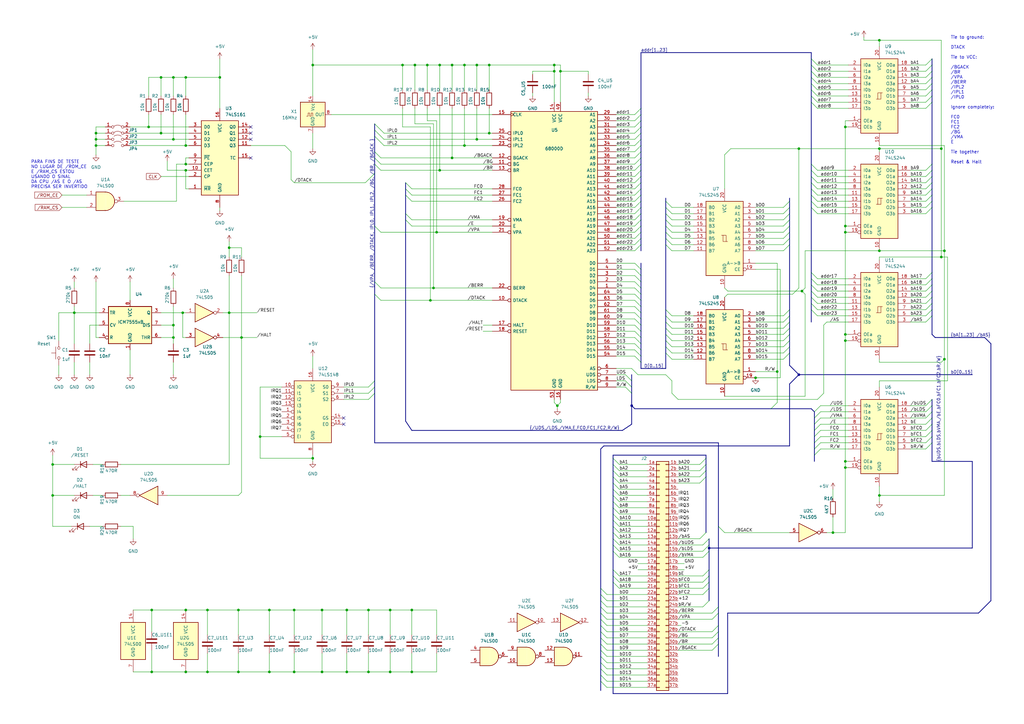
<source format=kicad_sch>
(kicad_sch (version 20230121) (generator eeschema)
  (paper "A3")
  (junction (at 120.65 275.59))
  (junction (at 151.13 275.59))
  (junction (at 66.04 31.75))
  (junction (at 71.12 133.35))
  (junction (at 97.79 250.19))
  (junction (at 309.88 154.94))
  (junction (at 97.79 275.59))
  (junction (at 160.02 250.19))
  (junction (at 360.68 16.51))
  (junction (at 39.37 57.15))
  (junction (at 175.26 26.67))
  (junction (at 99.06 138.43))
  (junction (at 346.71 139.7))
  (junction (at 190.5 59.69))
  (junction (at 346.71 92.71))
  (junction (at 179.07 95.25))
  (junction (at 290.83 224.79))
  (junction (at 76.2 250.19))
  (junction (at 227.33 26.67))
  (junction (at 327.66 153.67))
  (junction (at 386.08 60.96))
  (junction (at 200.66 54.61))
  (junction (at 106.68 179.07))
  (junction (at 346.71 52.07))
  (junction (at 318.77 152.4))
  (junction (at 21.59 203.2))
  (junction (at 195.58 26.67))
  (junction (at 360.68 102.87))
  (junction (at 142.24 275.59))
  (junction (at 170.18 26.67))
  (junction (at 71.12 57.15))
  (junction (at 229.87 29.21))
  (junction (at 327.66 60.96))
  (junction (at 180.34 26.67))
  (junction (at 128.27 187.96))
  (junction (at 177.8 118.11))
  (junction (at 360.68 203.2))
  (junction (at 128.27 26.67))
  (junction (at 74.93 128.27))
  (junction (at 76.2 275.59))
  (junction (at 85.09 275.59))
  (junction (at 176.53 123.19))
  (junction (at 168.91 250.19))
  (junction (at 39.37 59.69))
  (junction (at 21.59 190.5))
  (junction (at 387.35 147.32))
  (junction (at 190.5 26.67))
  (junction (at 93.98 128.27))
  (junction (at 85.09 250.19))
  (junction (at 120.65 250.19))
  (junction (at 93.98 101.6))
  (junction (at 259.08 166.37))
  (junction (at 346.71 189.23))
  (junction (at 71.12 31.75))
  (junction (at 30.48 128.27))
  (junction (at 90.17 31.75))
  (junction (at 39.37 54.61))
  (junction (at 185.42 64.77))
  (junction (at 132.08 250.19))
  (junction (at 346.71 191.77))
  (junction (at 62.23 275.59))
  (junction (at 160.02 275.59))
  (junction (at 151.13 250.19))
  (junction (at 142.24 250.19))
  (junction (at 341.63 218.44))
  (junction (at 328.93 119.38))
  (junction (at 76.2 31.75))
  (junction (at 76.2 69.85))
  (junction (at 110.49 250.19))
  (junction (at 62.23 250.19))
  (junction (at 200.66 26.67))
  (junction (at 60.96 52.07))
  (junction (at 195.58 57.15))
  (junction (at 360.68 60.96))
  (junction (at 76.2 59.69))
  (junction (at 386.08 105.41))
  (junction (at 110.49 275.59))
  (junction (at 227.33 29.21))
  (junction (at 180.34 69.85))
  (junction (at 66.04 54.61))
  (junction (at 71.12 138.43))
  (junction (at 76.2 67.31))
  (junction (at 185.42 26.67))
  (junction (at 346.71 95.25))
  (junction (at 168.91 275.59))
  (junction (at 165.1 26.67))
  (junction (at 228.6 166.37))
  (junction (at 346.71 137.16))
  (junction (at 387.35 102.87))
  (junction (at 132.08 275.59))
  (no_connect (at 140.97 173.99))
  (no_connect (at 102.87 54.61))
  (no_connect (at 140.97 171.45))
  (no_connect (at 102.87 64.77))
  (no_connect (at 102.87 57.15))
  (no_connect (at 102.87 52.07))
  (bus_entry (at 273.05 139.7) (size 2.54 2.54))
  (bus_entry (at 332.74 82.55) (size 2.54 2.54))
  (bus_entry (at 382.27 166.37) (size -2.54 2.54))
  (bus_entry (at 166.37 87.63) (size 2.54 2.54))
  (bus_entry (at 153.67 161.29) (size -2.54 2.54))
  (bus_entry (at 382.27 69.85) (size -2.54 2.54))
  (bus_entry (at 334.01 176.53) (size 2.54 -2.54))
  (bus_entry (at 382.27 82.55) (size -2.54 2.54))
  (bus_entry (at 262.89 133.35) (size -2.54 -2.54))
  (bus_entry (at 251.46 193.04) (size 2.54 2.54))
  (bus_entry (at 251.46 198.12) (size 2.54 2.54))
  (bus_entry (at 273.05 97.79) (size 2.54 2.54))
  (bus_entry (at 262.89 57.15) (size -2.54 2.54))
  (bus_entry (at 262.89 110.49) (size -2.54 -2.54))
  (bus_entry (at 332.74 80.01) (size 2.54 2.54))
  (bus_entry (at 246.38 266.7) (size 2.54 2.54))
  (bus_entry (at 382.27 80.01) (size -2.54 2.54))
  (bus_entry (at 294.64 261.62) (size -2.54 2.54))
  (bus_entry (at 262.89 140.97) (size -2.54 -2.54))
  (bus_entry (at 323.85 92.71) (size -2.54 2.54))
  (bus_entry (at 273.05 87.63) (size 2.54 2.54))
  (bus_entry (at 290.83 238.76) (size -2.54 2.54))
  (bus_entry (at 382.27 119.38) (size -2.54 2.54))
  (bus_entry (at 273.05 92.71) (size 2.54 2.54))
  (bus_entry (at 246.38 276.86) (size 2.54 2.54))
  (bus_entry (at 382.27 31.75) (size -2.54 2.54))
  (bus_entry (at 153.67 115.57) (size 2.54 2.54))
  (bus_entry (at 290.83 220.98) (size -2.54 2.54))
  (bus_entry (at 332.74 67.31) (size 2.54 2.54))
  (bus_entry (at 251.46 226.06) (size 2.54 2.54))
  (bus_entry (at 323.85 134.62) (size -2.54 2.54))
  (bus_entry (at 323.85 144.78) (size -2.54 2.54))
  (bus_entry (at 382.27 176.53) (size -2.54 2.54))
  (bus_entry (at 323.85 139.7) (size -2.54 2.54))
  (bus_entry (at 382.27 171.45) (size -2.54 2.54))
  (bus_entry (at 332.74 85.09) (size 2.54 2.54))
  (bus_entry (at 290.83 226.06) (size -2.54 2.54))
  (bus_entry (at 262.89 92.71) (size -2.54 2.54))
  (bus_entry (at 251.46 238.76) (size 2.54 2.54))
  (bus_entry (at 251.46 187.96) (size 2.54 2.54))
  (bus_entry (at 246.38 248.92) (size 2.54 2.54))
  (bus_entry (at 262.89 100.33) (size -2.54 2.54))
  (bus_entry (at 251.46 208.28) (size 2.54 2.54))
  (bus_entry (at 246.38 259.08) (size 2.54 2.54))
  (bus_entry (at 262.89 46.99) (size -2.54 2.54))
  (bus_entry (at 382.27 168.91) (size -2.54 2.54))
  (bus_entry (at 290.83 223.52) (size -2.54 2.54))
  (bus_entry (at 382.27 29.21) (size -2.54 2.54))
  (bus_entry (at 382.27 127) (size -2.54 2.54))
  (bus_entry (at 290.83 241.3) (size -2.54 2.54))
  (bus_entry (at 259.08 161.29) (size -2.54 -2.54))
  (bus_entry (at 382.27 26.67) (size -2.54 2.54))
  (bus_entry (at 251.46 223.52) (size 2.54 2.54))
  (bus_entry (at 153.67 156.21) (size -2.54 2.54))
  (bus_entry (at 262.89 62.23) (size -2.54 2.54))
  (bus_entry (at 166.37 77.47) (size 2.54 2.54))
  (bus_entry (at 382.27 124.46) (size -2.54 2.54))
  (bus_entry (at 262.89 82.55) (size -2.54 2.54))
  (bus_entry (at 262.89 146.05) (size -2.54 -2.54))
  (bus_entry (at 246.38 261.62) (size 2.54 2.54))
  (bus_entry (at 153.67 53.34) (size 2.54 2.54))
  (bus_entry (at 262.89 52.07) (size -2.54 2.54))
  (bus_entry (at 294.64 248.92) (size -2.54 2.54))
  (bus_entry (at 323.85 97.79) (size -2.54 2.54))
  (bus_entry (at 323.85 137.16) (size -2.54 2.54))
  (bus_entry (at 262.89 97.79) (size -2.54 2.54))
  (bus_entry (at 323.85 100.33) (size -2.54 2.54))
  (bus_entry (at 251.46 215.9) (size 2.54 2.54))
  (bus_entry (at 332.74 69.85) (size 2.54 2.54))
  (bus_entry (at 262.89 123.19) (size -2.54 -2.54))
  (bus_entry (at 262.89 64.77) (size -2.54 2.54))
  (bus_entry (at 382.27 85.09) (size -2.54 2.54))
  (bus_entry (at 251.46 213.36) (size 2.54 2.54))
  (bus_entry (at 334.01 173.99) (size 2.54 -2.54))
  (bus_entry (at 332.74 124.46) (size 2.54 2.54))
  (bus_entry (at 262.89 80.01) (size -2.54 2.54))
  (bus_entry (at 382.27 77.47) (size -2.54 2.54))
  (bus_entry (at 273.05 144.78) (size 2.54 2.54))
  (bus_entry (at 246.38 269.24) (size 2.54 2.54))
  (bus_entry (at 382.27 121.92) (size -2.54 2.54))
  (bus_entry (at 251.46 218.44) (size 2.54 2.54))
  (bus_entry (at 332.74 74.93) (size 2.54 2.54))
  (bus_entry (at 246.38 271.78) (size 2.54 2.54))
  (bus_entry (at 323.85 127) (size -2.54 2.54))
  (bus_entry (at 294.64 251.46) (size -2.54 2.54))
  (bus_entry (at 153.67 64.77) (size 2.54 2.54))
  (bus_entry (at 273.05 82.55) (size 2.54 2.54))
  (bus_entry (at 323.85 85.09) (size -2.54 2.54))
  (bus_entry (at 246.38 243.84) (size 2.54 2.54))
  (bus_entry (at 262.89 128.27) (size -2.54 -2.54))
  (bus_entry (at 251.46 190.5) (size 2.54 2.54))
  (bus_entry (at 334.01 181.61) (size 2.54 -2.54))
  (bus_entry (at 323.85 142.24) (size -2.54 2.54))
  (bus_entry (at 262.89 138.43) (size -2.54 -2.54))
  (bus_entry (at 332.74 77.47) (size 2.54 2.54))
  (bus_entry (at 153.67 92.71) (size 2.54 2.54))
  (bus_entry (at 251.46 205.74) (size 2.54 2.54))
  (bus_entry (at 332.74 34.29) (size 2.54 2.54))
  (bus_entry (at 273.05 100.33) (size 2.54 2.54))
  (bus_entry (at 332.74 116.84) (size 2.54 2.54))
  (bus_entry (at 323.85 95.25) (size -2.54 2.54))
  (bus_entry (at 273.05 90.17) (size 2.54 2.54))
  (bus_entry (at 246.38 241.3) (size 2.54 2.54))
  (bus_entry (at 332.74 41.91) (size 2.54 2.54))
  (bus_entry (at 332.74 24.13) (size 2.54 2.54))
  (bus_entry (at 332.74 127) (size 2.54 2.54))
  (bus_entry (at 273.05 127) (size 2.54 2.54))
  (bus_entry (at 294.64 215.9) (size 2.54 2.54))
  (bus_entry (at 273.05 95.25) (size 2.54 2.54))
  (bus_entry (at 334.01 184.15) (size 2.54 -2.54))
  (bus_entry (at 382.27 24.13) (size -2.54 2.54))
  (bus_entry (at 332.74 36.83) (size 2.54 2.54))
  (bus_entry (at 262.89 49.53) (size -2.54 2.54))
  (bus_entry (at 294.64 264.16) (size -2.54 2.54))
  (bus_entry (at 262.89 54.61) (size -2.54 2.54))
  (bus_entry (at 273.05 137.16) (size 2.54 2.54))
  (bus_entry (at 382.27 72.39) (size -2.54 2.54))
  (bus_entry (at 273.05 132.08) (size 2.54 2.54))
  (bus_entry (at 246.38 264.16) (size 2.54 2.54))
  (bus_entry (at 251.46 195.58) (size 2.54 2.54))
  (bus_entry (at 166.37 90.17) (size 2.54 2.54))
  (bus_entry (at 334.01 179.07) (size 2.54 -2.54))
  (bus_entry (at 316.23 167.64) (size 2.54 -2.54))
  (bus_entry (at 251.46 203.2) (size 2.54 2.54))
  (bus_entry (at 262.89 87.63) (size -2.54 2.54))
  (bus_entry (at 251.46 200.66) (size 2.54 2.54))
  (bus_entry (at 246.38 256.54) (size 2.54 2.54))
  (bus_entry (at 290.83 233.68) (size -2.54 2.54))
  (bus_entry (at 382.27 111.76) (size -2.54 2.54))
  (bus_entry (at 262.89 95.25) (size -2.54 2.54))
  (bus_entry (at 382.27 41.91) (size -2.54 2.54))
  (bus_entry (at 382.27 129.54) (size -2.54 2.54))
  (bus_entry (at 323.85 132.08) (size -2.54 2.54))
  (bus_entry (at 166.37 74.93) (size 2.54 2.54))
  (bus_entry (at 153.67 50.8) (size 2.54 2.54))
  (bus_entry (at 246.38 279.4) (size 2.54 2.54))
  (bus_entry (at 289.56 195.58) (size -2.54 2.54))
  (bus_entry (at 251.46 210.82) (size 2.54 2.54))
  (bus_entry (at 382.27 114.3) (size -2.54 2.54))
  (bus_entry (at 294.64 259.08) (size -2.54 2.54))
  (bus_entry (at 262.89 59.69) (size -2.54 2.54))
  (bus_entry (at 273.05 129.54) (size 2.54 2.54))
  (bus_entry (at 262.89 148.59) (size -2.54 -2.54))
  (bus_entry (at 262.89 135.89) (size -2.54 -2.54))
  (bus_entry (at 153.67 67.31) (size 2.54 2.54))
  (bus_entry (at 334.01 186.69) (size 2.54 -2.54))
  (bus_entry (at 332.74 111.76) (size 2.54 2.54))
  (bus_entry (at 289.56 218.44) (size -2.54 2.54))
  (bus_entry (at 382.27 34.29) (size -2.54 2.54))
  (bus_entry (at 289.56 193.04) (size -2.54 2.54))
  (bus_entry (at 294.64 256.54) (size -2.54 2.54))
  (bus_entry (at 262.89 113.03) (size -2.54 -2.54))
  (bus_entry (at 262.89 143.51) (size -2.54 -2.54))
  (bus_entry (at 153.67 71.12) (size -2.54 2.54))
  (bus_entry (at 273.05 134.62) (size 2.54 2.54))
  (bus_entry (at 382.27 67.31) (size -2.54 2.54))
  (bus_entry (at 323.85 90.17) (size -2.54 2.54))
  (bus_entry (at 323.85 129.54) (size -2.54 2.54))
  (bus_entry (at 262.89 85.09) (size -2.54 2.54))
  (bus_entry (at 332.74 29.21) (size 2.54 2.54))
  (bus_entry (at 382.27 181.61) (size -2.54 2.54))
  (bus_entry (at 262.89 125.73) (size -2.54 -2.54))
  (bus_entry (at 262.89 44.45) (size -2.54 2.54))
  (bus_entry (at 332.74 119.38) (size 2.54 2.54))
  (bus_entry (at 332.74 114.3) (size 2.54 2.54))
  (bus_entry (at 262.89 72.39) (size -2.54 2.54))
  (bus_entry (at 334.01 171.45) (size 2.54 -2.54))
  (bus_entry (at 382.27 173.99) (size -2.54 2.54))
  (bus_entry (at 382.27 36.83) (size -2.54 2.54))
  (bus_entry (at 262.89 120.65) (size -2.54 -2.54))
  (bus_entry (at 262.89 115.57) (size -2.54 -2.54))
  (bus_entry (at 262.89 69.85) (size -2.54 2.54))
  (bus_entry (at 262.89 130.81) (size -2.54 -2.54))
  (bus_entry (at 259.08 158.75) (size -2.54 -2.54))
  (bus_entry (at 290.83 236.22) (size -2.54 2.54))
  (bus_entry (at 153.67 120.65) (size 2.54 2.54))
  (bus_entry (at 262.89 118.11) (size -2.54 -2.54))
  (bus_entry (at 382.27 116.84) (size -2.54 2.54))
  (bus_entry (at 323.85 87.63) (size -2.54 2.54))
  (bus_entry (at 246.38 254) (size 2.54 2.54))
  (bus_entry (at 251.46 236.22) (size 2.54 2.54))
  (bus_entry (at 153.67 55.88) (size 2.54 2.54))
  (bus_entry (at 332.74 121.92) (size 2.54 2.54))
  (bus_entry (at 382.27 39.37) (size -2.54 2.54))
  (bus_entry (at 251.46 220.98) (size 2.54 2.54))
  (bus_entry (at 382.27 74.93) (size -2.54 2.54))
  (bus_entry (at 246.38 274.32) (size 2.54 2.54))
  (bus_entry (at 259.08 156.21) (size -2.54 -2.54))
  (bus_entry (at 262.89 90.17) (size -2.54 2.54))
  (bus_entry (at 332.74 39.37) (size 2.54 2.54))
  (bus_entry (at 382.27 163.83) (size -2.54 2.54))
  (bus_entry (at 153.67 158.75) (size -2.54 2.54))
  (bus_entry (at 289.56 190.5) (size -2.54 2.54))
  (bus_entry (at 332.74 31.75) (size 2.54 2.54))
  (bus_entry (at 273.05 142.24) (size 2.54 2.54))
  (bus_entry (at 332.74 72.39) (size 2.54 2.54))
  (bus_entry (at 153.67 62.23) (size 2.54 2.54))
  (bus_entry (at 290.83 246.38) (size -2.54 2.54))
  (bus_entry (at 262.89 74.93) (size -2.54 2.54))
  (bus_entry (at 273.05 85.09) (size 2.54 2.54))
  (bus_entry (at 262.89 67.31) (size -2.54 2.54))
  (bus_entry (at 334.01 168.91) (size 2.54 -2.54))
  (bus_entry (at 246.38 251.46) (size 2.54 2.54))
  (bus_entry (at 332.74 26.67) (size 2.54 2.54))
  (bus_entry (at 262.89 77.47) (size -2.54 2.54))
  (bus_entry (at 323.85 82.55) (size -2.54 2.54))
  (bus_entry (at 382.27 179.07) (size -2.54 2.54))
  (bus_entry (at 246.38 246.38) (size 2.54 2.54))
  (bus_entry (at 166.37 80.01) (size 2.54 2.54))
  (bus_entry (at 289.56 187.96) (size -2.54 2.54))
  (bus_entry (at 251.46 233.68) (size 2.54 2.54))
  (wire (pts (xy 335.28 31.75) (xy 347.98 31.75)))
  (wire (pts (xy 346.71 92.71) (xy 347.98 92.71)))
  (bus (pts (xy 153.67 158.75) (xy 153.67 161.29)))
  (wire (pts (xy 198.12 133.35) (xy 201.93 133.35)))
  (wire (pts (xy 132.08 267.97) (xy 132.08 275.59)))
  (wire (pts (xy 288.29 236.22) (xy 278.13 236.22)))
  (bus (pts (xy 332.74 29.21) (xy 332.74 31.75)))
  (bus (pts (xy 246.38 271.78) (xy 246.38 274.32)))
  (bus (pts (xy 251.46 198.12) (xy 251.46 200.66)))
  (wire (pts (xy 248.92 256.54) (xy 265.43 256.54)))
  (wire (pts (xy 275.59 129.54) (xy 284.48 129.54)))
  (wire (pts (xy 229.87 29.21) (xy 229.87 41.91)))
  (wire (pts (xy 339.09 132.08) (xy 347.98 132.08)))
  (wire (pts (xy 287.02 193.04) (xy 278.13 193.04)))
  (bus (pts (xy 294.64 259.08) (xy 294.64 261.62)))
  (bus (pts (xy 273.05 129.54) (xy 273.05 132.08)))
  (bus (pts (xy 382.27 41.91) (xy 382.27 67.31)))
  (wire (pts (xy 288.29 226.06) (xy 278.13 226.06)))
  (bus (pts (xy 262.89 120.65) (xy 262.89 123.19)))
  (bus (pts (xy 323.85 127) (xy 323.85 129.54)))
  (bus (pts (xy 262.89 97.79) (xy 262.89 100.33)))
  (wire (pts (xy 60.96 31.75) (xy 66.04 31.75)))
  (wire (pts (xy 227.33 26.67) (xy 227.33 29.21)))
  (bus (pts (xy 332.74 121.92) (xy 332.74 124.46)))
  (wire (pts (xy 168.91 92.71) (xy 201.93 92.71)))
  (bus (pts (xy 290.83 226.06) (xy 290.83 233.68)))
  (wire (pts (xy 120.65 74.93) (xy 119.38 73.66)))
  (wire (pts (xy 254 241.3) (xy 265.43 241.3)))
  (wire (pts (xy 252.73 113.03) (xy 260.35 113.03)))
  (wire (pts (xy 335.28 77.47) (xy 347.98 77.47)))
  (wire (pts (xy 142.24 275.59) (xy 151.13 275.59)))
  (wire (pts (xy 106.68 179.07) (xy 115.57 179.07)))
  (wire (pts (xy 252.73 128.27) (xy 260.35 128.27)))
  (bus (pts (xy 262.89 72.39) (xy 262.89 74.93)))
  (wire (pts (xy 275.59 85.09) (xy 284.48 85.09)))
  (bus (pts (xy 334.01 173.99) (xy 334.01 176.53)))
  (wire (pts (xy 360.68 16.51) (xy 386.08 16.51)))
  (wire (pts (xy 275.59 95.25) (xy 284.48 95.25)))
  (bus (pts (xy 259.08 158.75) (xy 259.08 161.29)))
  (wire (pts (xy 90.17 86.36) (xy 90.17 85.09)))
  (wire (pts (xy 360.68 105.41) (xy 386.08 105.41)))
  (wire (pts (xy 53.34 59.69) (xy 76.2 59.69)))
  (wire (pts (xy 76.2 69.85) (xy 76.2 77.47)))
  (wire (pts (xy 275.59 139.7) (xy 284.48 139.7)))
  (wire (pts (xy 339.09 218.44) (xy 341.63 218.44)))
  (wire (pts (xy 105.41 128.27) (xy 93.98 128.27)))
  (wire (pts (xy 288.29 228.6) (xy 278.13 228.6)))
  (wire (pts (xy 318.77 107.95) (xy 318.77 152.4)))
  (bus (pts (xy 246.38 184.15) (xy 246.38 241.3)))
  (bus (pts (xy 262.89 107.95) (xy 262.89 110.49)))
  (bus (pts (xy 332.74 74.93) (xy 332.74 77.47)))
  (wire (pts (xy 85.09 250.19) (xy 85.09 260.35)))
  (wire (pts (xy 341.63 212.09) (xy 341.63 218.44)))
  (wire (pts (xy 252.73 82.55) (xy 260.35 82.55)))
  (bus (pts (xy 153.67 181.61) (xy 294.64 181.61)))
  (bus (pts (xy 251.46 210.82) (xy 251.46 213.36)))
  (bus (pts (xy 383.54 138.43) (xy 403.86 138.43)))
  (wire (pts (xy 373.38 36.83) (xy 379.73 36.83)))
  (bus (pts (xy 251.46 220.98) (xy 251.46 223.52)))
  (wire (pts (xy 379.73 184.15) (xy 373.38 184.15)))
  (wire (pts (xy 165.1 26.67) (xy 170.18 26.67)))
  (wire (pts (xy 252.73 72.39) (xy 260.35 72.39)))
  (wire (pts (xy 335.28 41.91) (xy 347.98 41.91)))
  (wire (pts (xy 90.17 24.13) (xy 90.17 31.75)))
  (wire (pts (xy 128.27 26.67) (xy 128.27 39.37)))
  (wire (pts (xy 53.34 52.07) (xy 60.96 52.07)))
  (wire (pts (xy 168.91 77.47) (xy 201.93 77.47)))
  (wire (pts (xy 175.26 26.67) (xy 175.26 36.83)))
  (wire (pts (xy 346.71 92.71) (xy 346.71 95.25)))
  (wire (pts (xy 39.37 57.15) (xy 43.18 57.15)))
  (wire (pts (xy 156.21 95.25) (xy 179.07 95.25)))
  (wire (pts (xy 297.18 218.44) (xy 323.85 218.44)))
  (wire (pts (xy 387.35 147.32) (xy 387.35 203.2)))
  (wire (pts (xy 309.88 147.32) (xy 321.31 147.32)))
  (wire (pts (xy 24.13 128.27) (xy 24.13 139.7)))
  (wire (pts (xy 157.48 54.61) (xy 200.66 54.61)))
  (wire (pts (xy 71.12 31.75) (xy 71.12 39.37)))
  (wire (pts (xy 360.68 60.96) (xy 327.66 60.96)))
  (wire (pts (xy 298.45 119.38) (xy 328.93 119.38)))
  (wire (pts (xy 254 208.28) (xy 265.43 208.28)))
  (wire (pts (xy 54.61 215.9) (xy 54.61 220.98)))
  (wire (pts (xy 71.12 114.3) (xy 71.12 118.11)))
  (wire (pts (xy 185.42 44.45) (xy 185.42 64.77)))
  (wire (pts (xy 248.92 251.46) (xy 265.43 251.46)))
  (bus (pts (xy 273.05 81.28) (xy 273.05 82.55)))
  (wire (pts (xy 336.55 166.37) (xy 347.98 166.37)))
  (wire (pts (xy 292.1 261.62) (xy 278.13 261.62)))
  (wire (pts (xy 252.73 110.49) (xy 260.35 110.49)))
  (wire (pts (xy 39.37 59.69) (xy 39.37 63.5)))
  (wire (pts (xy 66.04 31.75) (xy 71.12 31.75)))
  (bus (pts (xy 251.46 203.2) (xy 251.46 205.74)))
  (bus (pts (xy 323.85 82.55) (xy 323.85 85.09)))
  (wire (pts (xy 309.88 137.16) (xy 321.31 137.16)))
  (wire (pts (xy 354.33 15.24) (xy 354.33 16.51)))
  (wire (pts (xy 128.27 187.96) (xy 128.27 186.69)))
  (wire (pts (xy 373.38 129.54) (xy 379.73 129.54)))
  (wire (pts (xy 151.13 267.97) (xy 151.13 275.59)))
  (bus (pts (xy 166.37 80.01) (xy 166.37 87.63)))
  (bus (pts (xy 294.64 181.61) (xy 294.64 215.9)))
  (wire (pts (xy 354.33 16.51) (xy 360.68 16.51)))
  (wire (pts (xy 119.38 62.23) (xy 119.38 73.66)))
  (wire (pts (xy 85.09 250.19) (xy 97.79 250.19)))
  (bus (pts (xy 323.85 137.16) (xy 323.85 139.7)))
  (bus (pts (xy 294.64 261.62) (xy 294.64 264.16)))
  (bus (pts (xy 166.37 87.63) (xy 166.37 90.17)))
  (wire (pts (xy 335.28 29.21) (xy 347.98 29.21)))
  (wire (pts (xy 128.27 60.96) (xy 128.27 54.61)))
  (wire (pts (xy 176.53 52.07) (xy 176.53 123.19)))
  (wire (pts (xy 71.12 153.67) (xy 71.12 148.59)))
  (bus (pts (xy 323.85 100.33) (xy 323.85 127)))
  (bus (pts (xy 382.27 82.55) (xy 382.27 85.09)))
  (wire (pts (xy 309.88 90.17) (xy 321.31 90.17)))
  (bus (pts (xy 262.89 67.31) (xy 262.89 69.85)))
  (wire (pts (xy 68.58 66.04) (xy 68.58 69.85)))
  (wire (pts (xy 156.21 64.77) (xy 185.42 64.77)))
  (wire (pts (xy 379.73 173.99) (xy 373.38 173.99)))
  (wire (pts (xy 180.34 44.45) (xy 180.34 69.85)))
  (wire (pts (xy 72.39 67.31) (xy 72.39 82.55)))
  (bus (pts (xy 382.27 166.37) (xy 382.27 168.91)))
  (bus (pts (xy 403.86 138.43) (xy 406.4 140.97)))
  (wire (pts (xy 346.71 49.53) (xy 347.98 49.53)))
  (bus (pts (xy 273.05 127) (xy 273.05 129.54)))
  (bus (pts (xy 251.46 284.48) (xy 298.45 284.48)))
  (wire (pts (xy 151.13 158.75) (xy 140.97 158.75)))
  (wire (pts (xy 252.73 115.57) (xy 260.35 115.57)))
  (bus (pts (xy 246.38 276.86) (xy 246.38 279.4)))
  (wire (pts (xy 336.55 168.91) (xy 347.98 168.91)))
  (bus (pts (xy 246.38 248.92) (xy 246.38 251.46)))
  (wire (pts (xy 85.09 275.59) (xy 97.79 275.59)))
  (wire (pts (xy 330.2 120.65) (xy 330.2 162.56)))
  (wire (pts (xy 346.71 137.16) (xy 346.71 139.7)))
  (bus (pts (xy 332.74 41.91) (xy 332.74 67.31)))
  (bus (pts (xy 382.27 179.07) (xy 382.27 181.61)))
  (bus (pts (xy 262.89 46.99) (xy 262.89 49.53)))
  (bus (pts (xy 332.74 85.09) (xy 332.74 111.76)))
  (wire (pts (xy 360.68 102.87) (xy 387.35 102.87)))
  (wire (pts (xy 53.34 54.61) (xy 66.04 54.61)))
  (wire (pts (xy 252.73 107.95) (xy 260.35 107.95)))
  (bus (pts (xy 290.83 223.52) (xy 290.83 224.79)))
  (bus (pts (xy 382.27 29.21) (xy 382.27 31.75)))
  (wire (pts (xy 41.91 203.2) (xy 38.1 203.2)))
  (bus (pts (xy 323.85 157.48) (xy 323.85 182.88)))
  (wire (pts (xy 335.28 85.09) (xy 347.98 85.09)))
  (wire (pts (xy 170.18 50.8) (xy 177.8 50.8)))
  (wire (pts (xy 254 223.52) (xy 265.43 223.52)))
  (wire (pts (xy 248.92 266.7) (xy 265.43 266.7)))
  (wire (pts (xy 335.28 121.92) (xy 347.98 121.92)))
  (bus (pts (xy 153.67 71.12) (xy 153.67 92.71)))
  (bus (pts (xy 289.56 190.5) (xy 289.56 193.04)))
  (bus (pts (xy 334.01 176.53) (xy 334.01 179.07)))
  (bus (pts (xy 332.74 167.64) (xy 334.01 168.91)))
  (bus (pts (xy 290.83 224.79) (xy 398.78 224.79)))
  (wire (pts (xy 337.82 133.35) (xy 339.09 132.08)))
  (wire (pts (xy 254 210.82) (xy 265.43 210.82)))
  (wire (pts (xy 170.18 26.67) (xy 175.26 26.67)))
  (wire (pts (xy 142.24 267.97) (xy 142.24 275.59)))
  (bus (pts (xy 406.4 140.97) (xy 406.4 246.38)))
  (wire (pts (xy 66.04 31.75) (xy 66.04 39.37)))
  (wire (pts (xy 248.92 271.78) (xy 265.43 271.78)))
  (wire (pts (xy 39.37 138.43) (xy 40.64 138.43)))
  (bus (pts (xy 251.46 233.68) (xy 251.46 236.22)))
  (bus (pts (xy 246.38 266.7) (xy 246.38 269.24)))
  (wire (pts (xy 297.18 162.56) (xy 330.2 162.56)))
  (wire (pts (xy 99.06 113.03) (xy 99.06 138.43)))
  (wire (pts (xy 71.12 57.15) (xy 77.47 57.15)))
  (wire (pts (xy 165.1 52.07) (xy 176.53 52.07)))
  (bus (pts (xy 382.27 80.01) (xy 382.27 82.55)))
  (wire (pts (xy 346.71 49.53) (xy 346.71 52.07)))
  (bus (pts (xy 246.38 279.4) (xy 246.38 283.21)))
  (wire (pts (xy 39.37 54.61) (xy 39.37 57.15)))
  (bus (pts (xy 382.27 137.16) (xy 383.54 138.43)))
  (wire (pts (xy 254 215.9) (xy 265.43 215.9)))
  (wire (pts (xy 175.26 44.45) (xy 175.26 49.53)))
  (bus (pts (xy 251.46 215.9) (xy 251.46 218.44)))
  (bus (pts (xy 153.67 53.34) (xy 153.67 55.88)))
  (wire (pts (xy 228.6 166.37) (xy 228.6 167.64)))
  (wire (pts (xy 259.08 151.13) (xy 261.62 153.67)))
  (wire (pts (xy 360.68 203.2) (xy 387.35 203.2)))
  (wire (pts (xy 336.55 179.07) (xy 347.98 179.07)))
  (bus (pts (xy 259.08 166.37) (xy 259.08 173.99)))
  (bus (pts (xy 262.89 49.53) (xy 262.89 52.07)))
  (wire (pts (xy 248.92 276.86) (xy 265.43 276.86)))
  (wire (pts (xy 373.38 39.37) (xy 379.73 39.37)))
  (wire (pts (xy 252.73 80.01) (xy 260.35 80.01)))
  (bus (pts (xy 246.38 264.16) (xy 246.38 266.7)))
  (bus (pts (xy 273.05 134.62) (xy 273.05 137.16)))
  (wire (pts (xy 254 190.5) (xy 265.43 190.5)))
  (wire (pts (xy 373.38 121.92) (xy 379.73 121.92)))
  (wire (pts (xy 76.2 31.75) (xy 90.17 31.75)))
  (bus (pts (xy 382.27 24.13) (xy 382.27 26.67)))
  (wire (pts (xy 252.73 87.63) (xy 260.35 87.63)))
  (wire (pts (xy 110.49 250.19) (xy 120.65 250.19)))
  (wire (pts (xy 218.44 39.37) (xy 218.44 38.1)))
  (bus (pts (xy 273.05 137.16) (xy 273.05 139.7)))
  (wire (pts (xy 142.24 250.19) (xy 151.13 250.19)))
  (bus (pts (xy 246.38 261.62) (xy 246.38 264.16)))
  (bus (pts (xy 166.37 172.72) (xy 168.91 176.53)))
  (bus (pts (xy 332.74 36.83) (xy 332.74 39.37)))
  (bus (pts (xy 262.89 59.69) (xy 262.89 62.23)))
  (wire (pts (xy 252.73 123.19) (xy 260.35 123.19)))
  (wire (pts (xy 185.42 26.67) (xy 185.42 36.83)))
  (wire (pts (xy 50.8 82.55) (xy 72.39 82.55)))
  (wire (pts (xy 335.28 119.38) (xy 347.98 119.38)))
  (wire (pts (xy 330.2 120.65) (xy 328.93 119.38)))
  (wire (pts (xy 76.2 67.31) (xy 77.47 67.31)))
  (wire (pts (xy 275.59 161.29) (xy 278.13 163.83)))
  (bus (pts (xy 251.46 186.69) (xy 251.46 187.96)))
  (wire (pts (xy 309.88 87.63) (xy 321.31 87.63)))
  (wire (pts (xy 72.39 67.31) (xy 76.2 67.31)))
  (wire (pts (xy 142.24 260.35) (xy 142.24 250.19)))
  (wire (pts (xy 128.27 20.32) (xy 128.27 26.67)))
  (wire (pts (xy 379.73 179.07) (xy 373.38 179.07)))
  (wire (pts (xy 252.73 97.79) (xy 260.35 97.79)))
  (wire (pts (xy 30.48 115.57) (xy 30.48 118.11)))
  (wire (pts (xy 41.91 215.9) (xy 36.83 215.9)))
  (bus (pts (xy 294.64 256.54) (xy 294.64 259.08)))
  (wire (pts (xy 177.8 118.11) (xy 201.93 118.11)))
  (bus (pts (xy 332.74 119.38) (xy 332.74 121.92)))
  (wire (pts (xy 168.91 275.59) (xy 179.07 275.59)))
  (wire (pts (xy 151.13 161.29) (xy 140.97 161.29)))
  (wire (pts (xy 252.73 57.15) (xy 260.35 57.15)))
  (bus (pts (xy 382.27 119.38) (xy 382.27 121.92)))
  (bus (pts (xy 323.85 87.63) (xy 323.85 90.17)))
  (bus (pts (xy 294.64 215.9) (xy 294.64 248.92)))
  (wire (pts (xy 346.71 137.16) (xy 347.98 137.16)))
  (bus (pts (xy 323.85 92.71) (xy 323.85 95.25)))
  (wire (pts (xy 309.88 129.54) (xy 321.31 129.54)))
  (wire (pts (xy 287.02 198.12) (xy 278.13 198.12)))
  (bus (pts (xy 262.89 21.59) (xy 332.74 21.59)))
  (bus (pts (xy 166.37 77.47) (xy 166.37 80.01)))
  (wire (pts (xy 68.58 69.85) (xy 76.2 69.85)))
  (bus (pts (xy 262.89 148.59) (xy 262.89 151.13)))
  (bus (pts (xy 382.27 26.67) (xy 382.27 29.21)))
  (bus (pts (xy 153.67 55.88) (xy 153.67 62.23)))
  (wire (pts (xy 229.87 29.21) (xy 241.3 29.21)))
  (wire (pts (xy 346.71 191.77) (xy 347.98 191.77)))
  (wire (pts (xy 93.98 128.27) (xy 93.98 190.5)))
  (wire (pts (xy 62.23 275.59) (xy 76.2 275.59)))
  (wire (pts (xy 335.28 87.63) (xy 347.98 87.63)))
  (wire (pts (xy 66.04 128.27) (xy 74.93 128.27)))
  (wire (pts (xy 297.18 63.5) (xy 297.18 77.47)))
  (wire (pts (xy 254 198.12) (xy 265.43 198.12)))
  (bus (pts (xy 273.05 92.71) (xy 273.05 95.25)))
  (wire (pts (xy 120.65 267.97) (xy 120.65 275.59)))
  (bus (pts (xy 262.89 69.85) (xy 262.89 72.39)))
  (wire (pts (xy 373.38 132.08) (xy 379.73 132.08)))
  (wire (pts (xy 254 195.58) (xy 265.43 195.58)))
  (wire (pts (xy 76.2 64.77) (xy 76.2 67.31)))
  (wire (pts (xy 287.02 190.5) (xy 278.13 190.5)))
  (wire (pts (xy 39.37 52.07) (xy 43.18 52.07)))
  (bus (pts (xy 294.64 251.46) (xy 294.64 256.54)))
  (bus (pts (xy 382.27 176.53) (xy 382.27 179.07)))
  (wire (pts (xy 275.59 134.62) (xy 284.48 134.62)))
  (bus (pts (xy 246.38 246.38) (xy 246.38 248.92)))
  (wire (pts (xy 120.65 275.59) (xy 132.08 275.59)))
  (wire (pts (xy 21.59 186.69) (xy 21.59 190.5)))
  (wire (pts (xy 198.12 135.89) (xy 201.93 135.89)))
  (bus (pts (xy 251.46 226.06) (xy 251.46 233.68)))
  (wire (pts (xy 110.49 267.97) (xy 110.49 275.59)))
  (wire (pts (xy 106.68 187.96) (xy 128.27 187.96)))
  (bus (pts (xy 262.89 125.73) (xy 262.89 128.27)))
  (wire (pts (xy 93.98 99.06) (xy 93.98 101.6)))
  (wire (pts (xy 149.86 74.93) (xy 120.65 74.93)))
  (wire (pts (xy 373.38 74.93) (xy 379.73 74.93)))
  (wire (pts (xy 227.33 29.21) (xy 227.33 41.91)))
  (wire (pts (xy 336.55 171.45) (xy 347.98 171.45)))
  (bus (pts (xy 382.27 189.23) (xy 398.78 189.23)))
  (bus (pts (xy 332.74 67.31) (xy 332.74 69.85)))
  (wire (pts (xy 386.08 16.51) (xy 386.08 60.96)))
  (wire (pts (xy 335.28 163.83) (xy 337.82 161.29)))
  (wire (pts (xy 179.07 250.19) (xy 179.07 260.35)))
  (wire (pts (xy 335.28 82.55) (xy 347.98 82.55)))
  (bus (pts (xy 251.46 193.04) (xy 251.46 195.58)))
  (wire (pts (xy 36.83 153.67) (xy 36.83 148.59)))
  (wire (pts (xy 275.59 97.79) (xy 284.48 97.79)))
  (wire (pts (xy 195.58 26.67) (xy 200.66 26.67)))
  (wire (pts (xy 39.37 115.57) (xy 39.37 138.43)))
  (bus (pts (xy 289.56 195.58) (xy 289.56 218.44)))
  (wire (pts (xy 74.93 128.27) (xy 74.93 138.43)))
  (wire (pts (xy 335.28 72.39) (xy 347.98 72.39)))
  (wire (pts (xy 25.4 85.09) (xy 35.56 85.09)))
  (wire (pts (xy 179.07 49.53) (xy 179.07 95.25)))
  (wire (pts (xy 90.17 31.75) (xy 90.17 44.45)))
  (wire (pts (xy 177.8 50.8) (xy 177.8 118.11)))
  (wire (pts (xy 190.5 59.69) (xy 201.93 59.69)))
  (bus (pts (xy 382.27 31.75) (xy 382.27 34.29)))
  (wire (pts (xy 373.38 114.3) (xy 379.73 114.3)))
  (bus (pts (xy 290.83 224.79) (xy 290.83 226.06)))
  (wire (pts (xy 373.38 34.29) (xy 379.73 34.29)))
  (wire (pts (xy 248.92 279.4) (xy 265.43 279.4)))
  (wire (pts (xy 170.18 44.45) (xy 170.18 50.8)))
  (wire (pts (xy 66.04 54.61) (xy 77.47 54.61)))
  (wire (pts (xy 66.04 138.43) (xy 71.12 138.43)))
  (bus (pts (xy 382.27 173.99) (xy 382.27 176.53)))
  (wire (pts (xy 254 205.74) (xy 265.43 205.74)))
  (bus (pts (xy 246.38 256.54) (xy 246.38 259.08)))
  (wire (pts (xy 66.04 72.39) (xy 77.47 72.39)))
  (bus (pts (xy 382.27 77.47) (xy 382.27 80.01)))
  (wire (pts (xy 288.29 243.84) (xy 278.13 243.84)))
  (wire (pts (xy 179.07 275.59) (xy 179.07 267.97)))
  (wire (pts (xy 288.29 223.52) (xy 278.13 223.52)))
  (bus (pts (xy 332.74 127) (xy 332.74 132.08)))
  (bus (pts (xy 382.27 74.93) (xy 382.27 77.47)))
  (bus (pts (xy 382.27 116.84) (xy 382.27 119.38)))
  (bus (pts (xy 382.27 34.29) (xy 382.27 36.83)))
  (wire (pts (xy 39.37 59.69) (xy 43.18 59.69)))
  (bus (pts (xy 153.67 64.77) (xy 153.67 67.31)))
  (bus (pts (xy 382.27 72.39) (xy 382.27 74.93)))
  (wire (pts (xy 373.38 124.46) (xy 379.73 124.46)))
  (wire (pts (xy 275.59 132.08) (xy 284.48 132.08)))
  (wire (pts (xy 335.28 116.84) (xy 347.98 116.84)))
  (bus (pts (xy 262.89 54.61) (xy 262.89 57.15)))
  (wire (pts (xy 318.77 152.4) (xy 309.88 152.4)))
  (bus (pts (xy 166.37 90.17) (xy 166.37 172.72)))
  (bus (pts (xy 153.67 115.57) (xy 153.67 120.65)))
  (wire (pts (xy 170.18 26.67) (xy 170.18 36.83)))
  (wire (pts (xy 60.96 52.07) (xy 77.47 52.07)))
  (bus (pts (xy 332.74 77.47) (xy 332.74 80.01)))
  (wire (pts (xy 76.2 250.19) (xy 85.09 250.19)))
  (wire (pts (xy 254 203.2) (xy 265.43 203.2)))
  (bus (pts (xy 334.01 181.61) (xy 334.01 184.15)))
  (wire (pts (xy 252.73 49.53) (xy 260.35 49.53)))
  (wire (pts (xy 261.62 231.14) (xy 265.43 231.14)))
  (wire (pts (xy 387.35 147.32) (xy 386.08 148.59)))
  (wire (pts (xy 99.06 201.93) (xy 97.79 203.2)))
  (wire (pts (xy 168.91 260.35) (xy 168.91 250.19)))
  (wire (pts (xy 280.67 233.68) (xy 278.13 233.68)))
  (bus (pts (xy 382.27 168.91) (xy 382.27 171.45)))
  (wire (pts (xy 227.33 163.83) (xy 227.33 165.1)))
  (bus (pts (xy 262.89 90.17) (xy 262.89 92.71)))
  (wire (pts (xy 156.21 123.19) (xy 176.53 123.19)))
  (wire (pts (xy 261.62 233.68) (xy 265.43 233.68)))
  (wire (pts (xy 309.88 144.78) (xy 321.31 144.78)))
  (wire (pts (xy 309.88 95.25) (xy 321.31 95.25)))
  (wire (pts (xy 132.08 275.59) (xy 142.24 275.59)))
  (wire (pts (xy 278.13 231.14) (xy 280.67 231.14)))
  (wire (pts (xy 309.88 134.62) (xy 321.31 134.62)))
  (wire (pts (xy 373.38 29.21) (xy 379.73 29.21)))
  (bus (pts (xy 251.46 205.74) (xy 251.46 208.28)))
  (wire (pts (xy 252.73 118.11) (xy 260.35 118.11)))
  (wire (pts (xy 106.68 158.75) (xy 115.57 158.75)))
  (bus (pts (xy 262.89 100.33) (xy 262.89 102.87)))
  (wire (pts (xy 252.73 125.73) (xy 260.35 125.73)))
  (wire (pts (xy 254 213.36) (xy 265.43 213.36)))
  (wire (pts (xy 292.1 259.08) (xy 278.13 259.08)))
  (bus (pts (xy 259.08 153.67) (xy 259.08 156.21)))
  (wire (pts (xy 335.28 124.46) (xy 347.98 124.46)))
  (wire (pts (xy 195.58 44.45) (xy 195.58 57.15)))
  (bus (pts (xy 289.56 193.04) (xy 289.56 195.58)))
  (bus (pts (xy 334.01 171.45) (xy 334.01 173.99)))
  (wire (pts (xy 252.73 138.43) (xy 260.35 138.43)))
  (wire (pts (xy 156.21 58.42) (xy 157.48 59.69)))
  (wire (pts (xy 49.53 190.5) (xy 93.98 190.5)))
  (wire (pts (xy 346.71 139.7) (xy 347.98 139.7)))
  (bus (pts (xy 251.46 238.76) (xy 251.46 284.48)))
  (wire (pts (xy 248.92 264.16) (xy 265.43 264.16)))
  (bus (pts (xy 334.01 168.91) (xy 334.01 171.45)))
  (wire (pts (xy 252.73 146.05) (xy 260.35 146.05)))
  (wire (pts (xy 278.13 163.83) (xy 335.28 163.83)))
  (wire (pts (xy 288.29 241.3) (xy 278.13 241.3)))
  (wire (pts (xy 360.68 147.32) (xy 360.68 148.59)))
  (wire (pts (xy 288.29 248.92) (xy 278.13 248.92)))
  (bus (pts (xy 382.27 163.83) (xy 382.27 166.37)))
  (wire (pts (xy 373.38 116.84) (xy 379.73 116.84)))
  (wire (pts (xy 76.2 275.59) (xy 85.09 275.59)))
  (bus (pts (xy 262.89 85.09) (xy 262.89 87.63)))
  (wire (pts (xy 21.59 203.2) (xy 30.48 203.2)))
  (bus (pts (xy 323.85 134.62) (xy 323.85 137.16)))
  (wire (pts (xy 275.59 147.32) (xy 284.48 147.32)))
  (wire (pts (xy 190.5 44.45) (xy 190.5 59.69)))
  (wire (pts (xy 248.92 269.24) (xy 265.43 269.24)))
  (bus (pts (xy 290.83 236.22) (xy 290.83 238.76)))
  (wire (pts (xy 93.98 113.03) (xy 93.98 128.27)))
  (wire (pts (xy 39.37 54.61) (xy 43.18 54.61)))
  (wire (pts (xy 21.59 215.9) (xy 29.21 215.9)))
  (wire (pts (xy 128.27 146.05) (xy 128.27 151.13)))
  (bus (pts (xy 382.27 36.83) (xy 382.27 39.37)))
  (wire (pts (xy 76.2 46.99) (xy 76.2 59.69)))
  (wire (pts (xy 248.92 246.38) (xy 265.43 246.38)))
  (wire (pts (xy 297.18 118.11) (xy 298.45 119.38)))
  (bus (pts (xy 332.74 69.85) (xy 332.74 72.39)))
  (wire (pts (xy 53.34 57.15) (xy 71.12 57.15)))
  (bus (pts (xy 290.83 233.68) (xy 290.83 236.22)))
  (wire (pts (xy 252.73 54.61) (xy 260.35 54.61)))
  (wire (pts (xy 99.06 101.6) (xy 99.06 105.41)))
  (wire (pts (xy 373.38 72.39) (xy 379.73 72.39)))
  (wire (pts (xy 248.92 248.92) (xy 265.43 248.92)))
  (wire (pts (xy 195.58 57.15) (xy 201.93 57.15)))
  (wire (pts (xy 200.66 44.45) (xy 200.66 54.61)))
  (bus (pts (xy 406.4 246.38) (xy 401.32 251.46)))
  (bus (pts (xy 259.08 161.29) (xy 259.08 166.37)))
  (bus (pts (xy 262.89 92.71) (xy 262.89 95.25)))
  (wire (pts (xy 346.71 95.25) (xy 346.71 137.16)))
  (bus (pts (xy 323.85 157.48) (xy 327.66 153.67)))
  (wire (pts (xy 373.38 80.01) (xy 379.73 80.01)))
  (bus (pts (xy 332.74 124.46) (xy 332.74 127)))
  (wire (pts (xy 335.28 74.93) (xy 347.98 74.93)))
  (wire (pts (xy 71.12 31.75) (xy 76.2 31.75)))
  (wire (pts (xy 168.91 90.17) (xy 201.93 90.17)))
  (wire (pts (xy 156.21 55.88) (xy 157.48 57.15)))
  (wire (pts (xy 21.59 190.5) (xy 30.48 190.5)))
  (bus (pts (xy 153.67 92.71) (xy 153.67 115.57)))
  (bus (pts (xy 262.89 80.01) (xy 262.89 82.55)))
  (wire (pts (xy 309.88 92.71) (xy 321.31 92.71)))
  (wire (pts (xy 252.73 95.25) (xy 260.35 95.25)))
  (wire (pts (xy 200.66 26.67) (xy 200.66 36.83)))
  (bus (pts (xy 251.46 218.44) (xy 251.46 220.98)))
  (bus (pts (xy 262.89 52.07) (xy 262.89 54.61)))
  (bus (pts (xy 251.46 236.22) (xy 251.46 238.76)))
  (bus (pts (xy 332.74 116.84) (xy 332.74 119.38)))
  (bus (pts (xy 262.89 118.11) (xy 262.89 120.65)))
  (wire (pts (xy 292.1 264.16) (xy 278.13 264.16)))
  (wire (pts (xy 195.58 26.67) (xy 195.58 36.83)))
  (wire (pts (xy 74.93 128.27) (xy 76.2 128.27)))
  (wire (pts (xy 336.55 181.61) (xy 347.98 181.61)))
  (bus (pts (xy 382.27 67.31) (xy 382.27 69.85)))
  (wire (pts (xy 346.71 52.07) (xy 347.98 52.07)))
  (wire (pts (xy 373.38 31.75) (xy 379.73 31.75)))
  (wire (pts (xy 254 226.06) (xy 265.43 226.06)))
  (wire (pts (xy 254 218.44) (xy 265.43 218.44)))
  (wire (pts (xy 275.59 144.78) (xy 284.48 144.78)))
  (wire (pts (xy 252.73 130.81) (xy 260.35 130.81)))
  (wire (pts (xy 373.38 26.67) (xy 379.73 26.67)))
  (wire (pts (xy 373.38 69.85) (xy 379.73 69.85)))
  (wire (pts (xy 66.04 46.99) (xy 66.04 54.61)))
  (wire (pts (xy 252.73 92.71) (xy 260.35 92.71)))
  (wire (pts (xy 335.28 26.67) (xy 347.98 26.67)))
  (bus (pts (xy 332.74 72.39) (xy 332.74 74.93)))
  (wire (pts (xy 297.18 121.92) (xy 298.45 120.65)))
  (bus (pts (xy 334.01 186.69) (xy 334.01 189.23)))
  (bus (pts (xy 262.89 123.19) (xy 262.89 125.73)))
  (wire (pts (xy 252.73 102.87) (xy 260.35 102.87)))
  (wire (pts (xy 373.38 77.47) (xy 379.73 77.47)))
  (wire (pts (xy 320.04 110.49) (xy 309.88 110.49)))
  (wire (pts (xy 252.73 59.69) (xy 260.35 59.69)))
  (wire (pts (xy 180.34 26.67) (xy 185.42 26.67)))
  (wire (pts (xy 71.12 46.99) (xy 71.12 57.15)))
  (wire (pts (xy 252.73 133.35) (xy 260.35 133.35)))
  (bus (pts (xy 251.46 187.96) (xy 251.46 190.5)))
  (wire (pts (xy 373.38 82.55) (xy 379.73 82.55)))
  (wire (pts (xy 298.45 120.65) (xy 325.12 120.65)))
  (bus (pts (xy 153.67 62.23) (xy 153.67 64.77)))
  (bus (pts (xy 273.05 100.33) (xy 273.05 127)))
  (wire (pts (xy 387.35 102.87) (xy 387.35 147.32)))
  (bus (pts (xy 323.85 182.88) (xy 247.65 182.88)))
  (wire (pts (xy 116.84 59.69) (xy 119.38 62.23)))
  (wire (pts (xy 275.59 156.21) (xy 275.59 161.29)))
  (bus (pts (xy 255.27 176.53) (xy 259.08 173.99)))
  (wire (pts (xy 227.33 26.67) (xy 229.87 26.67)))
  (wire (pts (xy 252.73 158.75) (xy 256.54 158.75)))
  (wire (pts (xy 168.91 82.55) (xy 201.93 82.55)))
  (wire (pts (xy 93.98 128.27) (xy 91.44 128.27)))
  (wire (pts (xy 185.42 26.67) (xy 190.5 26.67)))
  (bus (pts (xy 323.85 85.09) (xy 323.85 87.63)))
  (wire (pts (xy 379.73 176.53) (xy 373.38 176.53)))
  (wire (pts (xy 168.91 250.19) (xy 179.07 250.19)))
  (wire (pts (xy 62.23 250.19) (xy 76.2 250.19)))
  (bus (pts (xy 323.85 132.08) (xy 323.85 134.62)))
  (wire (pts (xy 99.06 138.43) (xy 99.06 201.93)))
  (wire (pts (xy 335.28 80.01) (xy 347.98 80.01)))
  (wire (pts (xy 360.68 60.96) (xy 386.08 60.96)))
  (wire (pts (xy 360.68 199.39) (xy 360.68 203.2)))
  (wire (pts (xy 309.88 97.79) (xy 321.31 97.79)))
  (wire (pts (xy 252.73 64.77) (xy 260.35 64.77)))
  (wire (pts (xy 180.34 69.85) (xy 201.93 69.85)))
  (wire (pts (xy 97.79 275.59) (xy 110.49 275.59)))
  (wire (pts (xy 335.28 69.85) (xy 347.98 69.85)))
  (wire (pts (xy 275.59 90.17) (xy 284.48 90.17)))
  (bus (pts (xy 246.38 274.32) (xy 246.38 276.86)))
  (wire (pts (xy 36.83 133.35) (xy 36.83 140.97)))
  (bus (pts (xy 166.37 74.93) (xy 166.37 77.47)))
  (wire (pts (xy 97.79 250.19) (xy 110.49 250.19)))
  (bus (pts (xy 273.05 97.79) (xy 273.05 100.33)))
  (bus (pts (xy 262.89 143.51) (xy 262.89 146.05)))
  (wire (pts (xy 275.59 102.87) (xy 284.48 102.87)))
  (bus (pts (xy 382.27 111.76) (xy 382.27 114.3)))
  (wire (pts (xy 110.49 275.59) (xy 120.65 275.59)))
  (bus (pts (xy 262.89 130.81) (xy 262.89 133.35)))
  (bus (pts (xy 323.85 97.79) (xy 323.85 100.33)))
  (wire (pts (xy 387.35 59.69) (xy 387.35 102.87)))
  (bus (pts (xy 262.89 135.89) (xy 262.89 138.43)))
  (bus (pts (xy 382.27 181.61) (xy 382.27 189.23)))
  (wire (pts (xy 97.79 260.35) (xy 97.79 250.19)))
  (wire (pts (xy 330.2 102.87) (xy 330.2 118.11)))
  (wire (pts (xy 275.59 87.63) (xy 284.48 87.63)))
  (wire (pts (xy 346.71 189.23) (xy 347.98 189.23)))
  (bus (pts (xy 262.89 110.49) (xy 262.89 113.03)))
  (wire (pts (xy 309.88 102.87) (xy 321.31 102.87)))
  (bus (pts (xy 382.27 121.92) (xy 382.27 124.46)))
  (bus (pts (xy 332.74 26.67) (xy 332.74 29.21)))
  (bus (pts (xy 398.78 189.23) (xy 398.78 224.79)))
  (wire (pts (xy 346.71 95.25) (xy 347.98 95.25)))
  (wire (pts (xy 320.04 110.49) (xy 320.04 154.94)))
  (wire (pts (xy 309.88 100.33) (xy 321.31 100.33)))
  (bus (pts (xy 323.85 149.86) (xy 327.66 153.67)))
  (wire (pts (xy 325.12 120.65) (xy 327.66 118.11)))
  (wire (pts (xy 180.34 26.67) (xy 180.34 36.83)))
  (bus (pts (xy 332.74 111.76) (xy 332.74 114.3)))
  (bus (pts (xy 262.89 57.15) (xy 262.89 59.69)))
  (bus (pts (xy 153.67 67.31) (xy 153.67 71.12)))
  (bus (pts (xy 262.89 133.35) (xy 262.89 135.89)))
  (bus (pts (xy 262.89 146.05) (xy 262.89 148.59)))
  (wire (pts (xy 248.92 281.94) (xy 265.43 281.94)))
  (wire (pts (xy 252.73 143.51) (xy 260.35 143.51)))
  (bus (pts (xy 316.23 167.64) (xy 332.74 167.64)))
  (bus (pts (xy 260.35 167.64) (xy 316.23 167.64)))
  (wire (pts (xy 292.1 254) (xy 278.13 254)))
  (wire (pts (xy 36.83 133.35) (xy 40.64 133.35)))
  (bus (pts (xy 246.38 259.08) (xy 246.38 261.62)))
  (bus (pts (xy 332.74 80.01) (xy 332.74 82.55)))
  (bus (pts (xy 262.89 151.13) (xy 273.05 151.13)))
  (wire (pts (xy 128.27 189.23) (xy 128.27 187.96)))
  (wire (pts (xy 252.73 52.07) (xy 260.35 52.07)))
  (bus (pts (xy 262.89 113.03) (xy 262.89 115.57)))
  (bus (pts (xy 273.05 87.63) (xy 273.05 90.17)))
  (wire (pts (xy 200.66 26.67) (xy 227.33 26.67)))
  (bus (pts (xy 382.27 39.37) (xy 382.27 41.91)))
  (bus (pts (xy 332.74 24.13) (xy 332.74 26.67)))
  (bus (pts (xy 153.67 161.29) (xy 153.67 181.61)))
  (wire (pts (xy 373.38 85.09) (xy 379.73 85.09)))
  (bus (pts (xy 251.46 208.28) (xy 251.46 210.82)))
  (wire (pts (xy 379.73 181.61) (xy 373.38 181.61)))
  (wire (pts (xy 105.41 138.43) (xy 99.06 138.43)))
  (bus (pts (xy 246.38 269.24) (xy 246.38 271.78)))
  (bus (pts (xy 262.89 74.93) (xy 262.89 77.47)))
  (wire (pts (xy 160.02 275.59) (xy 168.91 275.59)))
  (wire (pts (xy 93.98 101.6) (xy 93.98 105.41)))
  (wire (pts (xy 327.66 60.96) (xy 299.72 60.96)))
  (wire (pts (xy 254 220.98) (xy 265.43 220.98)))
  (wire (pts (xy 252.73 46.99) (xy 260.35 46.99)))
  (wire (pts (xy 336.55 184.15) (xy 347.98 184.15)))
  (wire (pts (xy 24.13 128.27) (xy 30.48 128.27)))
  (wire (pts (xy 53.34 115.57) (xy 53.34 123.19)))
  (wire (pts (xy 241.3 38.1) (xy 241.3 39.37)))
  (wire (pts (xy 346.71 52.07) (xy 346.71 92.71)))
  (wire (pts (xy 76.2 64.77) (xy 77.47 64.77)))
  (wire (pts (xy 128.27 26.67) (xy 165.1 26.67)))
  (wire (pts (xy 386.08 60.96) (xy 386.08 105.41)))
  (wire (pts (xy 190.5 26.67) (xy 190.5 36.83)))
  (wire (pts (xy 309.88 139.7) (xy 321.31 139.7)))
  (wire (pts (xy 248.92 259.08) (xy 265.43 259.08)))
  (bus (pts (xy 246.38 254) (xy 246.38 256.54)))
  (bus (pts (xy 382.27 124.46) (xy 382.27 127)))
  (bus (pts (xy 262.89 140.97) (xy 262.89 143.51)))
  (wire (pts (xy 179.07 95.25) (xy 201.93 95.25)))
  (wire (pts (xy 275.59 92.71) (xy 284.48 92.71)))
  (wire (pts (xy 248.92 274.32) (xy 265.43 274.32)))
  (wire (pts (xy 335.28 44.45) (xy 347.98 44.45)))
  (bus (pts (xy 262.89 64.77) (xy 262.89 67.31)))
  (wire (pts (xy 388.62 105.41) (xy 388.62 156.21)))
  (wire (pts (xy 200.66 54.61) (xy 201.93 54.61)))
  (wire (pts (xy 71.12 125.73) (xy 71.12 133.35)))
  (bus (pts (xy 273.05 139.7) (xy 273.05 142.24)))
  (wire (pts (xy 248.92 243.84) (xy 265.43 243.84)))
  (wire (pts (xy 66.04 133.35) (xy 71.12 133.35)))
  (bus (pts (xy 382.27 129.54) (xy 382.27 137.16)))
  (wire (pts (xy 360.68 105.41) (xy 360.68 106.68)))
  (wire (pts (xy 252.73 90.17) (xy 260.35 90.17)))
  (wire (pts (xy 168.91 267.97) (xy 168.91 275.59)))
  (bus (pts (xy 323.85 81.28) (xy 323.85 82.55)))
  (wire (pts (xy 190.5 26.67) (xy 195.58 26.67)))
  (bus (pts (xy 262.89 115.57) (xy 262.89 118.11)))
  (bus (pts (xy 251.46 213.36) (xy 251.46 215.9)))
  (bus (pts (xy 259.08 166.37) (xy 260.35 167.64)))
  (bus (pts (xy 168.91 176.53) (xy 255.27 176.53)))
  (wire (pts (xy 60.96 46.99) (xy 60.96 52.07)))
  (wire (pts (xy 252.73 67.31) (xy 260.35 67.31)))
  (bus (pts (xy 246.38 241.3) (xy 246.38 243.84)))
  (wire (pts (xy 156.21 67.31) (xy 201.93 67.31)))
  (wire (pts (xy 287.02 195.58) (xy 278.13 195.58)))
  (bus (pts (xy 262.89 82.55) (xy 262.89 85.09)))
  (wire (pts (xy 309.88 132.08) (xy 321.31 132.08)))
  (wire (pts (xy 49.53 215.9) (xy 54.61 215.9)))
  (wire (pts (xy 106.68 179.07) (xy 106.68 187.96)))
  (wire (pts (xy 53.34 203.2) (xy 49.53 203.2)))
  (bus (pts (xy 290.83 220.98) (xy 290.83 223.52)))
  (wire (pts (xy 160.02 260.35) (xy 160.02 250.19)))
  (wire (pts (xy 252.73 156.21) (xy 256.54 156.21)))
  (wire (pts (xy 373.38 41.91) (xy 379.73 41.91)))
  (wire (pts (xy 327.66 60.96) (xy 327.66 118.11)))
  (bus (pts (xy 153.67 120.65) (xy 153.67 156.21)))
  (bus (pts (xy 251.46 195.58) (xy 251.46 198.12)))
  (wire (pts (xy 71.12 133.35) (xy 71.12 138.43)))
  (wire (pts (xy 309.88 107.95) (xy 318.77 107.95)))
  (wire (pts (xy 25.4 80.01) (xy 35.56 80.01)))
  (bus (pts (xy 262.89 77.47) (xy 262.89 80.01)))
  (wire (pts (xy 335.28 36.83) (xy 347.98 36.83)))
  (wire (pts (xy 252.73 69.85) (xy 260.35 69.85)))
  (wire (pts (xy 330.2 102.87) (xy 360.68 102.87)))
  (wire (pts (xy 252.73 151.13) (xy 259.08 151.13)))
  (wire (pts (xy 360.68 59.69) (xy 387.35 59.69)))
  (bus (pts (xy 246.38 251.46) (xy 246.38 254)))
  (wire (pts (xy 151.13 73.66) (xy 149.86 74.93)))
  (wire (pts (xy 335.28 34.29) (xy 347.98 34.29)))
  (wire (pts (xy 252.73 140.97) (xy 260.35 140.97)))
  (wire (pts (xy 346.71 189.23) (xy 346.71 191.77)))
  (wire (pts (xy 62.23 259.08) (xy 62.23 250.19)))
  (bus (pts (xy 262.89 21.59) (xy 262.89 44.45)))
  (bus (pts (xy 323.85 90.17) (xy 323.85 92.71)))
  (wire (pts (xy 99.06 138.43) (xy 91.44 138.43)))
  (wire (pts (xy 318.77 165.1) (xy 318.77 152.4)))
  (wire (pts (xy 156.21 118.11) (xy 177.8 118.11)))
  (bus (pts (xy 262.89 128.27) (xy 262.89 130.81)))
  (wire (pts (xy 120.65 250.19) (xy 132.08 250.19)))
  (bus (pts (xy 246.38 243.84) (xy 246.38 246.38)))
  (wire (pts (xy 156.21 69.85) (xy 180.34 69.85)))
  (wire (pts (xy 93.98 101.6) (xy 99.06 101.6)))
  (bus (pts (xy 332.74 82.55) (xy 332.74 85.09)))
  (wire (pts (xy 60.96 31.75) (xy 60.96 39.37)))
  (wire (pts (xy 39.37 52.07) (xy 39.37 54.61)))
  (wire (pts (xy 275.59 100.33) (xy 284.48 100.33)))
  (bus (pts (xy 323.85 129.54) (xy 323.85 132.08)))
  (wire (pts (xy 252.73 85.09) (xy 260.35 85.09)))
  (wire (pts (xy 62.23 275.59) (xy 62.23 266.7)))
  (wire (pts (xy 160.02 250.19) (xy 168.91 250.19)))
  (wire (pts (xy 273.05 153.67) (xy 275.59 156.21)))
  (bus (pts (xy 273.05 90.17) (xy 273.05 92.71)))
  (wire (pts (xy 337.82 133.35) (xy 337.82 161.29)))
  (bus (pts (xy 334.01 184.15) (xy 334.01 186.69)))
  (bus (pts (xy 273.05 82.55) (xy 273.05 85.09)))
  (bus (pts (xy 323.85 95.25) (xy 323.85 97.79)))
  (wire (pts (xy 360.68 16.51) (xy 360.68 19.05)))
  (wire (pts (xy 252.73 153.67) (xy 256.54 153.67)))
  (wire (pts (xy 254 238.76) (xy 265.43 238.76)))
  (wire (pts (xy 120.65 260.35) (xy 120.65 250.19)))
  (wire (pts (xy 252.73 120.65) (xy 260.35 120.65)))
  (bus (pts (xy 251.46 223.52) (xy 251.46 226.06)))
  (wire (pts (xy 287.02 220.98) (xy 278.13 220.98)))
  (wire (pts (xy 360.68 156.21) (xy 388.62 156.21)))
  (bus (pts (xy 262.89 44.45) (xy 262.89 46.99)))
  (bus (pts (xy 290.83 241.3) (xy 290.83 246.38)))
  (wire (pts (xy 346.71 139.7) (xy 346.71 189.23)))
  (bus (pts (xy 273.05 142.24) (xy 273.05 144.78)))
  (wire (pts (xy 341.63 200.66) (xy 341.63 204.47)))
  (wire (pts (xy 30.48 153.67) (xy 30.48 148.59)))
  (bus (pts (xy 273.05 85.09) (xy 273.05 87.63)))
  (wire (pts (xy 292.1 266.7) (xy 278.13 266.7)))
  (bus (pts (xy 382.27 127) (xy 382.27 129.54)))
  (wire (pts (xy 299.72 60.96) (xy 297.18 63.5)))
  (bus (pts (xy 251.46 200.66) (xy 251.46 203.2)))
  (bus (pts (xy 382.27 114.3) (xy 382.27 116.84)))
  (bus (pts (xy 262.89 62.23) (xy 262.89 64.77)))
  (wire (pts (xy 336.55 176.53) (xy 347.98 176.53)))
  (wire (pts (xy 151.13 163.83) (xy 140.97 163.83)))
  (bus (pts (xy 382.27 69.85) (xy 382.27 72.39)))
  (wire (pts (xy 248.92 261.62) (xy 265.43 261.62)))
  (wire (pts (xy 85.09 275.59) (xy 85.09 267.97)))
  (wire (pts (xy 288.29 238.76) (xy 278.13 238.76)))
  (wire (pts (xy 53.34 153.67) (xy 53.34 143.51)))
  (wire (pts (xy 165.1 44.45) (xy 165.1 52.07)))
  (wire (pts (xy 76.2 31.75) (xy 76.2 39.37)))
  (wire (pts (xy 254 228.6) (xy 265.43 228.6)))
  (bus (pts (xy 323.85 139.7) (xy 323.85 142.24)))
  (wire (pts (xy 41.91 190.5) (xy 38.1 190.5)))
  (bus (pts (xy 332.74 31.75) (xy 332.74 34.29)))
  (wire (pts (xy 346.71 218.44) (xy 346.71 191.77)))
  (wire (pts (xy 328.93 119.38) (xy 330.2 118.11)))
  (wire (pts (xy 227.33 165.1) (xy 228.6 166.37)))
  (wire (pts (xy 335.28 129.54) (xy 347.98 129.54)))
  (wire (pts (xy 168.91 80.01) (xy 201.93 80.01)))
  (bus (pts (xy 262.89 87.63) (xy 262.89 90.17)))
  (wire (pts (xy 132.08 260.35) (xy 132.08 250.19)))
  (wire (pts (xy 151.13 250.19) (xy 160.02 250.19)))
  (wire (pts (xy 360.68 156.21) (xy 360.68 158.75)))
  (bus (pts (xy 262.89 138.43) (xy 262.89 140.97)))
  (wire (pts (xy 68.58 203.2) (xy 97.79 203.2)))
  (bus (pts (xy 251.46 190.5) (xy 251.46 193.04)))
  (wire (pts (xy 229.87 26.67) (xy 229.87 29.21)))
  (bus (pts (xy 298.45 251.46) (xy 401.32 251.46)))
  (wire (pts (xy 252.73 74.93) (xy 260.35 74.93)))
  (wire (pts (xy 275.59 137.16) (xy 284.48 137.16)))
  (bus (pts (xy 334.01 179.07) (xy 334.01 181.61)))
  (wire (pts (xy 30.48 128.27) (xy 30.48 140.97)))
  (wire (pts (xy 54.61 275.59) (xy 62.23 275.59)))
  (wire (pts (xy 228.6 166.37) (xy 229.87 165.1)))
  (wire (pts (xy 76.2 59.69) (xy 77.47 59.69)))
  (bus (pts (xy 382.27 85.09) (xy 382.27 111.76)))
  (wire (pts (xy 76.2 77.47) (xy 77.47 77.47)))
  (wire (pts (xy 254 200.66) (xy 265.43 200.66)))
  (wire (pts (xy 151.13 260.35) (xy 151.13 250.19)))
  (wire (pts (xy 241.3 29.21) (xy 241.3 30.48)))
  (bus (pts (xy 332.74 39.37) (xy 332.74 41.91)))
  (bus (pts (xy 273.05 132.08) (xy 273.05 134.62)))
  (wire (pts (xy 30.48 128.27) (xy 40.64 128.27)))
  (wire (pts (xy 160.02 267.97) (xy 160.02 275.59)))
  (bus (pts (xy 327.66 153.67) (xy 398.78 153.67)))
  (wire (pts (xy 254 193.04) (xy 265.43 193.04)))
  (wire (pts (xy 275.59 142.24) (xy 284.48 142.24)))
  (bus (pts (xy 382.27 171.45) (xy 382.27 173.99)))
  (wire (pts (xy 373.38 44.45) (xy 379.73 44.45)))
  (wire (pts (xy 185.42 64.77) (xy 201.93 64.77)))
  (wire (pts (xy 279.4 256.54) (xy 278.13 256.54)))
  (bus (pts (xy 332.74 34.29) (xy 332.74 36.83)))
  (bus (pts (xy 294.64 248.92) (xy 294.64 251.46)))
  (wire (pts (xy 175.26 26.67) (xy 180.34 26.67)))
  (wire (pts (xy 218.44 29.21) (xy 218.44 30.48)))
  (bus (pts (xy 153.67 156.21) (xy 153.67 158.75)))
  (wire (pts (xy 386.08 105.41) (xy 388.62 105.41)))
  (wire (pts (xy 176.53 123.19) (xy 201.93 123.19)))
  (bus (pts (xy 273.05 144.78) (xy 273.05 151.13)))
  (wire (pts (xy 335.28 127) (xy 347.98 127)))
  (wire (pts (xy 360.68 205.74) (xy 360.68 203.2)))
  (wire (pts (xy 360.68 148.59) (xy 386.08 148.59)))
  (bus (pts (xy 332.74 114.3) (xy 332.74 116.84)))
  (wire (pts (xy 252.73 100.33) (xy 260.35 100.33)))
  (wire (pts (xy 165.1 26.67) (xy 165.1 36.83)))
  (bus (pts (xy 251.46 186.69) (xy 289.56 186.69)))
  (wire (pts (xy 175.26 49.53) (xy 179.07 49.53)))
  (wire (pts (xy 106.68 158.75) (xy 106.68 179.07)))
  (wire (pts (xy 309.88 154.94) (xy 320.04 154.94)))
  (bus (pts (xy 290.83 238.76) (xy 290.83 241.3)))
  (bus (pts (xy 259.08 156.21) (xy 259.08 158.75)))
  (wire (pts (xy 373.38 119.38) (xy 379.73 119.38)))
  (wire (pts (xy 379.73 171.45) (xy 373.38 171.45)))
  (bus (pts (xy 153.67 50.8) (xy 153.67 53.34)))
  (wire (pts (xy 76.2 69.85) (xy 77.47 69.85)))
  (wire (pts (xy 97.79 267.97) (xy 97.79 275.59)))
  (bus (pts (xy 247.65 182.88) (xy 246.38 184.15)))
  (wire (pts (xy 335.28 39.37) (xy 347.98 39.37)))
  (wire (pts (xy 54.61 250.19) (xy 62.23 250.19)))
  (wire (pts (xy 373.38 87.63) (xy 379.73 87.63)))
  (wire (pts (xy 336.55 173.99) (xy 347.98 173.99)))
  (wire (pts (xy 261.62 153.67) (xy 273.05 153.67)))
  (wire (pts (xy 39.37 57.15) (xy 39.37 59.69)))
  (wire (pts (xy 252.73 77.47) (xy 260.35 77.47)))
  (wire (pts (xy 379.73 168.91) (xy 373.38 168.91)))
  (wire (pts (xy 21.59 190.5) (xy 21.59 203.2)))
  (wire (pts (xy 248.92 254) (xy 265.43 254)))
  (wire (pts (xy 156.21 53.34) (xy 157.48 54.61)))
  (wire (pts (xy 157.48 57.15) (xy 195.58 57.15)))
  (wire (pts (xy 360.68 60.96) (xy 360.68 62.23)))
  (wire (pts (xy 252.73 135.89) (xy 260.35 135.89)))
  (wire (pts (xy 373.38 127) (xy 379.73 127)))
  (wire (pts (xy 110.49 260.35) (xy 110.49 250.19)))
  (bus (pts (xy 323.85 142.24) (xy 323.85 144.78)))
  (wire (pts (xy 252.73 62.23) (xy 260.35 62.23)))
  (wire (pts (xy 335.28 114.3) (xy 347.98 114.3)))
  (wire (pts (xy 24.13 153.67) (xy 24.13 149.86)))
  (wire (pts (xy 30.48 125.73) (xy 30.48 128.27)))
  (wire (pts (xy 218.44 29.21) (xy 227.33 29.21)))
  (wire (pts (xy 132.08 250.19) (xy 142.24 250.19)))
  (wire (pts (xy 135.89 46.99) (xy 201.93 46.99)))
  (wire (pts (xy 151.13 275.59) (xy 160.02 275.59)))
  (wire (pts (xy 102.87 59.69) (xy 116.84 59.69)))
  (wire (pts (xy 21.59 203.2) (xy 21.59 215.9)))
  (wire (pts (xy 292.1 251.46) (xy 278.13 251.46)))
  (bus (pts (xy 289.56 187.96) (xy 289.56 190.5)))
  (wire (pts (xy 71.12 138.43) (xy 71.12 140.97)))
  (bus (pts (xy 323.85 144.78) (xy 323.85 149.86)))
  (wire (pts (xy 229.87 163.83) (xy 229.87 165.1)))
  (bus (pts (xy 332.74 21.59) (xy 332.74 24.13)))
  (wire (pts (xy 341.63 218.44) (xy 346.71 218.44)))
  (wire (pts (xy 254 236.22) (xy 265.43 236.22)))
  (wire (pts (xy 157.48 59.69) (xy 190.5 59.69)))
  (bus (pts (xy 298.45 251.46) (xy 298.45 284.48)))
  (wire (pts (xy 74.93 138.43) (xy 76.2 138.43)))
  (bus (pts (xy 294.64 264.16) (xy 294.64 269.24)))
  (bus (pts (xy 273.05 95.25) (xy 273.05 97.79)))
  (wire (pts (xy 309.88 142.24) (xy 321.31 142.24)))
  (wire (pts (xy 309.88 85.09) (xy 321.31 85.09)))
  (wire (pts (xy 379.73 166.37) (xy 373.38 166.37)))
  (bus (pts (xy 289.56 186.69) (xy 289.56 187.96)))
  (bus (pts (xy 262.89 95.25) (xy 262.89 97.79)))
  (text "PARA FINS DE TESTE\nNO LUGAR DE /ROM_CE\nE /RAM_CS ESTOU \nUSANDO O SINAL \nDA CPU /AS E O /AS\nPRECISA SER INVERTIDO\n" (at 12.7 77.47 0) (effects (font (size 1.27 1.27)) (justify left bottom)))
  (text "Tie to ground:\n\nDTACK\n\nTie to VCC:\n\n/BGACK\n/BR\n/VPA\n/BERR\n/IPL2\n/IPL1\n/IPL0\n\nIgnore completely:\n\nFC0\nFC1\nFC2\n/BG\n/VMA\nE\n\nTie together\n\nReset & Halt" (at 389.89 67.31 0) (effects (font (size 1.27 1.27)) (justify left bottom)))
  (label "bD9" (at 254 266.7 0))
  (label "bD6" (at 309.88 100.33 0))
  (label "IRQ4" (at 115.57 168.91 180))
  (label "addr20" (at 252.73 95.25 0))
  (label "bA2" (at 254 193.04 0))
  (label "{slash}VMA" (at 191.77 90.17 0))
  (label "D[0..15]" (at 264.16 151.13 0))
  (label "addr22" (at 336.55 127 0))
  (label "bA12" (at 254 218.44 0))
  (label "bA7" (at 373.38 41.91 0))
  (label "IRQ4" (at 278.13 210.82 0))
  (label "{slash}E" (at 340.36 173.99 0))
  (label "bD10" (at 309.88 134.62 0))
  (label "IPL1" (at 140.97 161.29 0))
  (label "{slash}RESET" (at 105.41 128.27 0))
  (label "addr13" (at 336.55 80.01 0))
  (label "D14" (at 252.73 143.51 0))
  (label "LDS" (at 252.73 156.21 0))
  (label "addr16" (at 252.73 85.09 0))
  (label "bD14" (at 309.88 144.78 0))
  (label "bA10" (at 373.38 72.39 0))
  (label "bA21" (at 373.38 124.46 0))
  (label "bD11" (at 309.88 137.16 0))
  (label "bA23" (at 373.38 129.54 0))
  (label "IRQ3" (at 115.57 166.37 180))
  (label "addr18" (at 336.55 116.84 0))
  (label "D12" (at 252.73 138.43 0))
  (label "bD2" (at 309.88 90.17 0))
  (label "{slash}HALT" (at 198.12 133.35 180))
  (label "IRQ1" (at 278.13 203.2 0))
  (label "bA8" (at 373.38 44.45 0))
  (label "addr14" (at 252.73 80.01 0))
  (label "bA22" (at 278.13 195.58 0))
  (label "bA3" (at 373.38 31.75 0))
  (label "bD11" (at 254 271.78 0))
  (label "addr2" (at 252.73 49.53 0))
  (label "bFC0" (at 278.13 238.76 0))
  (label "addr21" (at 336.55 124.46 0))
  (label "addr23" (at 252.73 102.87 0))
  (label "D13" (at 280.67 142.24 0))
  (label "bD10" (at 254 269.24 0))
  (label "IRQ2" (at 278.13 205.74 0))
  (label "bD14" (at 254 279.4 0))
  (label "{slash}VPA" (at 278.13 254 0))
  (label "bA7" (at 254 205.74 0))
  (label "bD12" (at 309.88 139.7 0))
  (label "bA4" (at 254 198.12 0))
  (label "addr7" (at 335.28 41.91 0))
  (label "addr20" (at 336.55 121.92 0))
  (label "{slash}BR" (at 278.13 264.16 0))
  (label "{slash}bUDS" (at 373.38 166.37 0))
  (label "{{slash}VPA, {slash}BERR, {slash}DTACK, IPL0, IPL1, IPL2, {slash}BG, {slash}BR, {slash}BGACK }" (at 153.67 118.11 90))
  (label "bD7" (at 309.88 102.87 0))
  (label "addr12" (at 252.73 74.93 0))
  (label "bD4" (at 254 254 0))
  (label "IRQ7" (at 115.57 176.53 180))
  (label "bA8" (at 254 208.28 0))
  (label "addr11" (at 252.73 72.39 0))
  (label "bD15" (at 254 281.94 0))
  (label "IRQ2" (at 115.57 163.83 180))
  (label "IPL0" (at 140.97 158.75 0))
  (label "{slash}DTACK" (at 191.77 123.19 0))
  (label "bD15" (at 309.88 147.32 0))
  (label "bA19" (at 373.38 119.38 0))
  (label "addr3" (at 335.28 31.75 0))
  (label "bA5" (at 373.38 36.83 0))
  (label "bA6" (at 254 203.2 0))
  (label "bD5" (at 254 256.54 0))
  (label "bA4" (at 373.38 34.29 0))
  (label "FC1" (at 194.31 80.01 0))
  (label "bA10" (at 254 213.36 0))
  (label "IPL0" (at 158.75 54.61 0))
  (label "{slash}BGACK" (at 300.99 218.44 0))
  (label "addr18" (at 252.73 90.17 0))
  (label "addr13" (at 252.73 77.47 0))
  (label "bA9" (at 254 210.82 0))
  (label "{slash}bLDS" (at 278.13 226.06 0))
  (label "addr7" (at 252.73 62.23 0))
  (label "bFC1" (at 278.13 241.3 0))
  (label "D1" (at 280.67 87.63 0))
  (label "{slash}UDS" (at 340.36 166.37 0))
  (label "bD3" (at 254 251.46 0))
  (label "bD8" (at 309.88 129.54 0))
  (label "D3" (at 252.73 115.57 0))
  (label "+12" (at 278.13 246.38 0))
  (label "addr1" (at 252.73 46.99 0))
  (label "bA20" (at 278.13 190.5 0))
  (label "bA1" (at 373.38 26.67 0))
  (label "bD13" (at 309.88 142.24 0))
  (label "D15" (at 280.67 147.32 0))
  (label "addr10" (at 336.55 72.39 0))
  (label "addr15" (at 252.73 82.55 0))
  (label "bD12" (at 254 274.32 0))
  (label "bD9" (at 309.88 132.08 0))
  (label "D2" (at 280.67 90.17 0))
  (label "{slash}BERR" (at 278.13 251.46 0))
  (label "bE" (at 373.38 173.99 0))
  (label "bA3" (at 254 195.58 0))
  (label "bA1" (at 254 190.5 0))
  (label "bA13" (at 254 220.98 0))
  (label "addr4" (at 335.28 34.29 0))
  (label "FC0" (at 194.31 77.47 0))
  (label "bA17" (at 254 236.22 0))
  (label "IPL2" (at 158.75 59.69 0))
  (label "{slash}BGACK" (at 278.13 266.7 0))
  (label "bA17" (at 373.38 114.3 0))
  (label "{slash}DTACK" (at 120.65 74.93 0))
  (label "{slash}RESET" (at 198.12 135.89 180))
  (label "D3" (at 280.67 92.71 0))
  (label "addr15" (at 336.55 85.09 0))
  (label "{slash}AS" (at 340.36 132.08 0))
  (label "addr9" (at 336.55 69.85 0))
  (label "bA13" (at 373.38 80.01 0))
  (label "D5" (at 252.73 120.65 0))
  (label "IRQ5" (at 115.57 171.45 180))
  (label "addr9" (at 252.73 67.31 0))
  (label "addr16" (at 336.55 87.63 0))
  (label "addr4" (at 252.73 54.61 0))
  (label "{slash}bAS" (at 373.38 132.08 0))
  (label "bD1" (at 309.88 87.63 0))
  (label "addr3" (at 252.73 52.07 0))
  (label "{bUDS,bLDS,bVMA,{slash}bE,bFC0,bFC1,bFC2,bR{slash}W}" (at 386.08 189.23 90))
  (label "D7" (at 252.73 125.73 0))
  (label "bD3" (at 309.88 92.71 0))
  (label "bA19" (at 254 241.3 0))
  (label "D12" (at 280.67 139.7 0))
  (label "D14" (at 280.67 144.78 0))
  (label "addr6" (at 335.28 39.37 0))
  (label "IPL2" (at 140.97 163.83 0))
  (label "{slash}BG" (at 278.13 261.62 0))
  (label "bA2" (at 373.38 29.21 0))
  (label "bA16" (at 373.38 87.63 0))
  (label "addr5" (at 335.28 36.83 0))
  (label "addr19" (at 336.55 119.38 0))
  (label "{slash}LDS" (at 340.36 168.91 0))
  (label "{{slash}UDS,{slash}LDS,{slash}VMA,E,FC0,FC1,FC2,R{slash}W}" (at 217.17 176.53 0))
  (label "D8" (at 252.73 128.27 0))
  (label "D9" (at 280.67 132.08 0))
  (label "D11" (at 280.67 137.16 0))
  (label "bD2" (at 254 248.92 0))
  (label "bA6" (at 373.38 39.37 0))
  (label "D8" (at 280.67 129.54 0))
  (label "D9" (at 252.73 130.81 0))
  (label "bR{slash}W" (at 278.13 248.92 0))
  (label "addr19" (at 252.73 92.71 0))
  (label "addr23" (at 336.55 129.54 0))
  (label "addr10" (at 252.73 69.85 0))
  (label "IRQ1" (at 115.57 161.29 180))
  (label "bA15" (at 373.38 85.09 0))
  (label "{slash}bAS" (at 278.13 220.98 0))
  (label "addr11" (at 336.55 74.93 0))
  (label "bD7" (at 254 261.62 0))
  (label "{slash}E" (at 191.77 92.71 0))
  (label "R{slash}W" (at 252.73 158.75 0))
  (label "bFC2" (at 373.38 181.61 0))
  (label "D6" (at 280.67 100.33 0))
  (label "bA16" (at 254 228.6 0))
  (label "FC2" (at 340.36 181.61 0))
  (label "D10" (at 280.67 134.62 0))
  (label "addr5" (at 252.73 57.15 0))
  (label "bD5" (at 309.88 97.79 0))
  (label "addr2" (at 335.28 29.21 0))
  (label "{slash}bLDS" (at 373.38 168.91 0))
  (label "IRQ5" (at 278.13 213.36 0))
  (label "bFC2" (at 278.13 243.84 0))
  (label "bA9" (at 373.38 69.85 0))
  (label "bA21" (at 278.13 193.04 0))
  (label "bD[0..15]" (at 389.89 153.67 0))
  (label "bA12" (at 373.38 77.47 0))
  (label "addr17" (at 252.73 87.63 0))
  (label "{slash}VMA" (at 340.36 171.45 0))
  (label "bA23" (at 278.13 198.12 0))
  (label "D10" (at 252.73 133.35 0))
  (label "bA15" (at 254 226.06 0))
  (label "addr21" (at 252.73 97.79 0))
  (label "bA14" (at 373.38 82.55 0))
  (label "addr12" (at 336.55 77.47 0))
  (label "bA11" (at 373.38 74.93 0))
  (label "bFC1" (at 373.38 179.07 0))
  (label "bA20" (at 373.38 121.92 0))
  (label "bR{slash}W" (at 373.38 184.15 0))
  (label "IRQ7" (at 278.13 218.44 0))
  (label "bD13" (at 254 276.86 0))
  (label "{slash}BGACK" (at 194.31 64.77 0))
  (label "bA11" (at 254 215.9 0))
  (label "D4" (at 252.73 118.11 0))
  (label "bA22" (at 373.38 127 0))
  (label "-5" (at 279.4 256.54 0))
  (label "D15" (at 252.73 146.05 0))
  (label "IRQ3" (at 278.13 208.28 0))
  (label "addr1" (at 335.28 26.67 0))
  (label "D4" (at 280.67 95.25 0))
  (label "D2" (at 252.73 113.03 0))
  (label "IRQ6" (at 278.13 215.9 0))
  (label "addr17" (at 336.55 114.3 0))
  (label "addr8" (at 335.28 44.45 0))
  (label "D11" (at 252.73 135.89 0))
  (label "D0" (at 252.73 107.95 0))
  (label "bA5" (at 254 200.66 0))
  (label "addr14" (at 336.55 82.55 0))
  (label "D1" (at 252.73 110.49 0))
  (label "addr22" (at 252.73 100.33 0))
  (label "{slash}BR" (at 198.12 69.85 0))
  (label "bA18" (at 254 238.76 0))
  (label "{slash}HALT" (at 105.41 138.43 0))
  (label "R{slash}W" (at 313.69 152.4 0))
  (label "D0" (at 280.67 85.09 0))
  (label "{slash}BERR" (at 191.77 118.11 0))
  (label "{bA[1..23] {slash}bAS}" (at 389.89 138.43 0))
  (label "bE" (at 278.13 236.22 0))
  (label "addr[1..23]" (at 262.89 21.59 0))
  (label "+5V" (at 261.62 233.68 180))
  (label "IRQ6" (at 115.57 173.99 180))
  (label "D7" (at 280.67 102.87 0))
  (label "bFC0" (at 373.38 176.53 0))
  (label "bD4" (at 309.88 95.25 0))
  (label "{slash}DTACK" (at 278.13 259.08 0))
  (label "addr8" (at 252.73 64.77 0))
  (label "{slash}bUDS" (at 278.13 223.52 0))
  (label "UDS" (at 252.73 153.67 0))
  (label "addr6" (at 252.73 59.69 0))
  (label "+5V" (at 280.67 233.68 0))
  (label "bD0" (at 254 243.84 0))
  (label "IPL1" (at 158.75 57.15 0))
  (label "GND" (at 261.62 231.14 180))
  (label "bD0" (at 309.88 85.09 0))
  (label "R{slash}W" (at 340.36 184.15 0))
  (label "{slash}bVMA" (at 278.13 228.6 0))
  (label "D13" (at 252.73 140.97 0))
  (label "bD1" (at 254 246.38 0))
  (label "D6" (at 252.73 123.19 0))
  (label "bD6" (at 254 259.08 0))
  (label "{slash}BG" (at 198.12 67.31 0))
  (label "D5" (at 280.67 97.79 0))
  (label "bA18" (at 373.38 116.84 0))
  (label "{slash}VPA" (at 191.77 95.25 0))
  (label "bD8" (at 254 264.16 0))
  (label "{slash}bVMA" (at 373.38 171.45 0))
  (label "FC1" (at 340.36 179.07 0))
  (label "GND" (at 280.67 231.14 0))
  (label "FC2" (at 194.31 82.55 0))
  (label "bA14" (at 254 223.52 0))
  (label "FC0" (at 340.36 176.53 0))
  (global_label "{slash}RAM_CS" (shape input) (at 25.4 85.09 180) (property "Intersheetrefs" "${INTERSHEET_REFS}" (effects hide)))
  (global_label "CLK" (shape input) (at 66.04 72.39 180) (property "Intersheetrefs" "${INTERSHEET_REFS}" (effects hide)))
  (global_label "{slash}ROM_CE" (shape input) (at 25.4 80.01 180) (property "Intersheetrefs" "${INTERSHEET_REFS}" (effects hide)))
  (symbol (lib_id "power:GND") (at 241.3 39.37 0) (unit 1)
    (property "Reference" "#PWR018" (effects hide))
    (property "Value" "GND" (at 241.3 44.45 0))
  )
  (symbol (lib_id "Device:R") (at 180.34 40.64 0) (unit 1)
    (property "Reference" "R10" (at 176.53 36.83 0) (effects (justify left)))
    (property "Value" "10k" (at 177.8 43.18 90) (effects (justify left)))
  )
  (symbol (lib_id "Device:C") (at 151.13 264.16 0) (unit 1)
    (property "Reference" "C7_U8" (at 151.13 261.62 0) (effects (justify left)))
    (property "Value" "100nF" (at 151.13 266.7 0) (effects (justify left)))
    (property "Footprint" "Capacitor_SMD:C_0603_1608Metric" (effects hide))
  )
  (symbol (lib_id "power:+5V") (at 68.58 66.04 0) (unit 1)
    (property "Reference" "#PWR02" (effects hide))
    (property "Value" "+5V" (at 68.58 62.23 0))
  )
  (symbol (lib_id "power:+5V") (at 21.59 186.69 0) (unit 1)
    (property "Reference" "#PWR026" (effects hide))
    (property "Value" "+5V" (at 21.59 181.61 0))
  )
  (symbol (lib_id "power:+5V") (at 93.98 99.06 0) (unit 1)
    (property "Reference" "#PWR016" (effects hide))
    (property "Value" "+5V" (at 93.98 93.98 0))
  )
  (symbol (lib_id "power:GND") (at 128.27 60.96 0) (unit 1)
    (property "Reference" "#PWR013" (effects hide))
    (property "Value" "GND" (at 128.27 66.04 0))
  )
  (symbol (lib_id "Device:R") (at 190.5 40.64 0) (unit 1)
    (property "Reference" "R13" (at 186.69 36.83 0) (effects (justify left)))
    (property "Value" "10k" (at 187.96 43.18 90) (effects (justify left)))
  )
  (symbol (lib_id "74xx:74LS00") (at 43.18 82.55 0) (unit 1)
    (property "Reference" "U1" (at 43.1717 73.66 0))
    (property "Value" "74LS00" (at 43.1717 76.2 0))
    (property "Datasheet" "http://www.ti.com/lit/gpn/sn74ls00" (effects hide))
  )
  (symbol (lib_id "Jumper:Jumper_2_Bridged") (at 48.26 54.61 0) (unit 1)
    (property "Reference" "JP2" (at 54.61 55.88 0))
    (property "Value" "Jumper_2_Bridged" (effects hide))
  )
  (symbol (lib_id "74xx:74LS244") (at 360.68 82.55 0) (unit 1)
    (property "Reference" "U10" (at 362.8741 62.23 0) (effects (justify left)))
    (property "Value" "74LS244" (at 362.8741 64.77 0) (effects (justify left)))
    (property "Datasheet" "http://www.ti.com/lit/ds/symlink/sn74ls244.pdf" (effects hide))
  )
  (symbol (lib_id "Device:R") (at 60.96 43.18 0) (unit 1)
    (property "Reference" "R1" (at 57.15 39.37 0) (effects (justify left)))
    (property "Value" "10k" (at 58.42 45.72 90) (effects (justify left)))
  )
  (symbol (lib_id "Device:C") (at 110.49 264.16 0) (unit 1)
    (property "Reference" "C7_U4" (at 110.49 261.62 0) (effects (justify left)))
    (property "Value" "100nF" (at 110.49 266.7 0) (effects (justify left)))
    (property "Footprint" "Capacitor_SMD:C_0603_1608Metric" (effects hide))
  )
  (symbol (lib_id "Device:C") (at 62.23 262.89 0) (unit 1)
    (property "Reference" "C6_U1E1" (at 62.23 260.35 0) (effects (justify left)))
    (property "Value" "100nF" (at 63.5 265.43 0) (effects (justify left)))
    (property "Footprint" "Capacitor_SMD:C_0603_1608Metric" (effects hide))
  )
  (symbol (lib_id "Connector_Generic:Conn_02x37_Row_Letter_Last") (at 270.51 236.22 0) (unit 1)
    (property "Reference" "J2" (at 264.16 187.96 0))
    (property "Value" "Conn_02x37_Row_Letter_Last" (effects hide))
  )
  (symbol (lib_id "Device:R") (at 45.72 190.5 90) (unit 1)
    (property "Reference" "R18" (at 41.91 194.31 0) (effects (justify left)))
    (property "Value" "470R" (at 48.26 193.04 90) (effects (justify left)))
  )
  (symbol (lib_id "power:+5V") (at 71.12 114.3 0) (unit 1)
    (property "Reference" "#PWR014" (effects hide))
    (property "Value" "+5V" (at 71.12 109.22 0))
  )
  (symbol (lib_id "Device:C") (at 179.07 264.16 0) (unit 1)
    (property "Reference" "C7_U11" (at 179.07 261.62 0) (effects (justify left)))
    (property "Value" "100nF" (at 179.07 266.7 0) (effects (justify left)))
    (property "Footprint" "Capacitor_SMD:C_0603_1608Metric" (effects hide))
  )
  (symbol (lib_id "Device:R") (at 76.2 43.18 0) (unit 1)
    (property "Reference" "R4" (at 72.39 39.37 0) (effects (justify left)))
    (property "Value" "10k" (at 73.66 45.72 90) (effects (justify left)))
  )
  (symbol (lib_id "74xx:74LS244") (at 360.68 179.07 0) (unit 1)
    (property "Reference" "U6" (at 362.8741 158.75 0) (effects (justify left)))
    (property "Value" "74LS244" (at 362.8741 161.29 0) (effects (justify left)))
    (property "Datasheet" "http://www.ti.com/lit/ds/symlink/sn74ls244.pdf" (effects hide))
  )
  (symbol (lib_id "Jumper:Jumper_2_Open") (at 48.26 57.15 0) (unit 1)
    (property "Reference" "JP3" (at 54.61 58.42 0))
    (property "Value" "Jumper_2_Open" (effects hide))
  )
  (symbol (lib_id "power:GND") (at 30.48 153.67 0) (unit 1)
    (property "Reference" "#PWR07" (effects hide))
    (property "Value" "GND" (at 30.48 158.75 0))
  )
  (symbol (lib_id "power:GND") (at 71.12 153.67 0) (unit 1)
    (property "Reference" "#PWR015" (effects hide))
    (property "Value" "GND" (at 71.12 158.75 0))
  )
  (symbol (lib_id "Device:R") (at 30.48 121.92 0) (unit 1)
    (property "Reference" "R5" (at 26.67 118.11 0) (effects (justify left)))
    (property "Value" "270k" (at 27.94 124.46 90) (effects (justify left)))
  )
  (symbol (lib_id "Oscillator:ACO-xxxMHz") (at 128.27 46.99 0) (unit 1)
    (property "Reference" "X1" (at 121.92 45.72 0) (effects (justify right)))
    (property "Value" "16Mhz" (at 121.92 48.26 0) (effects (justify right)))
    (property "Footprint" "Oscillator:Oscillator_DIP-14" (effects hide))
    (property "Datasheet" "http://www.conwin.com/datasheets/cx/cx030.pdf" (effects hide))
  )
  (symbol (lib_id "Device:C") (at 85.09 264.16 0) (unit 1)
    (property "Reference" "C7_U1E1" (at 85.09 261.62 0) (effects (justify left)))
    (property "Value" "100nF" (at 85.09 266.7 0) (effects (justify left)))
    (property "Footprint" "Capacitor_SMD:C_0603_1608Metric" (effects hide))
  )
  (symbol (lib_id "Device:R") (at 45.72 203.2 90) (unit 1)
    (property "Reference" "R19" (at 41.91 207.01 0) (effects (justify left)))
    (property "Value" "470R" (at 48.26 205.74 90) (effects (justify left)))
  )
  (symbol (lib_id "Device:R") (at 66.04 43.18 0) (unit 1)
    (property "Reference" "R2" (at 62.23 39.37 0) (effects (justify left)))
    (property "Value" "10k" (at 63.5 45.72 90) (effects (justify left)))
  )
  (symbol (lib_id "74xx:74LS05") (at 331.47 218.44 0) (unit 3)
    (property "Reference" "U2" (at 331.47 209.55 0))
    (property "Value" "74LS05" (at 331.47 212.09 0))
    (property "Datasheet" "http://www.ti.com/lit/gpn/sn74LS05" (effects hide))
  )
  (symbol (lib_id "CPU_NXP_68000:68000D") (at 227.33 102.87 0) (unit 1)
    (property "Reference" "U5" (at 226.06 53.34 0) (effects (justify left)))
    (property "Value" "68000D" (at 223.52 60.96 0) (effects (justify left)))
    (property "Datasheet" "https://www.nxp.com/docs/en/reference-manual/MC68000UM.pdf" (effects hide))
  )
  (symbol (lib_id "power:+5V") (at 39.37 115.57 0) (unit 1)
    (property "Reference" "#PWR09" (effects hide))
    (property "Value" "+5V" (at 39.37 110.49 0))
  )
  (symbol (lib_id "Device:R") (at 99.06 109.22 0) (unit 1)
    (property "Reference" "R11" (at 95.25 105.41 0) (effects (justify left)))
    (property "Value" "10k" (at 96.52 111.76 90) (effects (justify left)))
  )
  (symbol (lib_id "Jumper:Jumper_2_Bridged") (at 48.26 52.07 0) (unit 1)
    (property "Reference" "JP1" (at 54.61 53.34 0))
    (property "Value" "Jumper_2_Bridged" (effects hide))
  )
  (symbol (lib_id "74xx:74LS244") (at 360.68 127 0) (unit 1)
    (property "Reference" "U11" (at 362.8741 106.68 0) (effects (justify left)))
    (property "Value" "74LS244" (at 362.8741 109.22 0) (effects (justify left)))
    (property "Datasheet" "http://www.ti.com/lit/ds/symlink/sn74ls244.pdf" (effects hide))
  )
  (symbol (lib_id "Device:R") (at 71.12 43.18 0) (unit 1)
    (property "Reference" "R3" (at 67.31 39.37 0) (effects (justify left)))
    (property "Value" "10k" (at 68.58 45.72 90) (effects (justify left)))
  )
  (symbol (lib_id "power:+5V") (at 53.34 115.57 0) (unit 1)
    (property "Reference" "#PWR010" (effects hide))
    (property "Value" "+5V" (at 53.34 110.49 0))
  )
  (symbol (lib_id "Device:R") (at 195.58 40.64 0) (unit 1)
    (property "Reference" "R14" (at 191.77 36.83 0) (effects (justify left)))
    (property "Value" "10k" (at 193.04 43.18 90) (effects (justify left)))
  )
  (symbol (lib_id "power:GND") (at 309.88 154.94 0) (unit 1)
    (property "Reference" "#PWR024" (effects hide))
    (property "Value" "GND" (at 309.88 160.02 0))
  )
  (symbol (lib_id "74xx:74LS148") (at 128.27 168.91 0) (unit 1)
    (property "Reference" "U12" (at 130.4641 151.13 0) (effects (justify left)))
    (property "Value" "74LS148" (at 130.4641 153.67 0) (effects (justify left)))
    (property "Datasheet" "http://www.ti.com/lit/gpn/sn74LS148" (effects hide))
  )
  (symbol (lib_id "Device:R") (at 165.1 40.64 0) (unit 1)
    (property "Reference" "R17" (at 161.29 36.83 0) (effects (justify left)))
    (property "Value" "10k" (at 162.56 43.18 90) (effects (justify left)))
  )
  (symbol (lib_id "power:GND") (at 90.17 86.36 0) (unit 1)
    (property "Reference" "#PWR04" (effects hide))
    (property "Value" "GND" (at 90.17 91.44 0))
  )
  (symbol (lib_id "power:+5V") (at 128.27 20.32 0) (unit 1)
    (property "Reference" "#PWR012" (effects hide))
    (property "Value" "+5V" (at 128.27 15.24 0))
  )
  (symbol (lib_id "power:+5V") (at 90.17 24.13 0) (unit 1)
    (property "Reference" "#PWR03" (effects hide))
    (property "Value" "+5V" (at 90.17 19.05 0))
  )
  (symbol (lib_id "Device:C") (at 241.3 34.29 0) (unit 1)
    (property "Reference" "C4_U5" (at 245.11 33.02 0) (effects (justify left)))
    (property "Value" "100nF" (at 245.11 35.56 0) (effects (justify left)))
  )
  (symbol (lib_id "Device:C") (at 120.65 264.16 0) (unit 1)
    (property "Reference" "C7_U12" (at 120.65 261.62 0) (effects (justify left)))
    (property "Value" "100nF" (at 120.65 266.7 0) (effects (justify left)))
    (property "Footprint" "Capacitor_SMD:C_0603_1608Metric" (effects hide))
  )
  (symbol (lib_id "Device:C") (at 97.79 264.16 0) (unit 1)
    (property "Reference" "C7_U3" (at 97.79 261.62 0) (effects (justify left)))
    (property "Value" "100nF" (at 97.79 266.7 0) (effects (justify left)))
    (property "Footprint" "Capacitor_SMD:C_0603_1608Metric" (effects hide))
  )
  (symbol (lib_id "power:GND") (at 218.44 39.37 0) (unit 1)
    (property "Reference" "#PWR019" (effects hide))
    (property "Value" "GND" (at 218.44 44.45 0))
  )
  (symbol (lib_id "power:GND") (at 360.68 205.74 0) (unit 1)
    (property "Reference" "#PWR020" (effects hide))
    (property "Value" "GND" (at 360.68 210.82 0))
  )
  (symbol (lib_id "Device:R") (at 185.42 40.64 0) (unit 1)
    (property "Reference" "R12" (at 181.61 36.83 0) (effects (justify left)))
    (property "Value" "10k" (at 182.88 43.18 90) (effects (justify left)))
  )
  (symbol (lib_id "Device:C") (at 142.24 264.16 0) (unit 1)
    (property "Reference" "C7_U7" (at 142.24 261.62 0) (effects (justify left)))
    (property "Value" "100nF" (at 142.24 266.7 0) (effects (justify left)))
    (property "Footprint" "Capacitor_SMD:C_0603_1608Metric" (effects hide))
  )
  (symbol (lib_id "74xx:74LS05") (at 60.96 203.2 180) (unit 4)
    (property "Reference" "U2" (at 60.96 194.31 0))
    (property "Value" "74LS05" (at 60.96 196.85 0))
    (property "Datasheet" "http://www.ti.com/lit/gpn/sn74LS05" (effects hide))
  )
  (symbol (lib_id "power:GND") (at 54.61 220.98 0) (unit 1)
    (property "Reference" "#PWR027" (effects hide))
    (property "Value" "GND" (at 54.61 226.06 0))
  )
  (symbol (lib_id "power:GND") (at 128.27 189.23 0) (unit 1)
    (property "Reference" "#PWR022" (effects hide))
    (property "Value" "GND" (at 128.27 194.31 0))
  )
  (symbol (lib_id "Device:R") (at 200.66 40.64 0) (unit 1)
    (property "Reference" "R15" (at 196.85 36.83 0) (effects (justify left)))
    (property "Value" "10k" (at 198.12 43.18 90) (effects (justify left)))
  )
  (symbol (lib_id "Device:LED") (at 34.29 190.5 0) (unit 1)
    (property "Reference" "D1" (at 32.7025 184.15 0))
    (property "Value" "/RESET" (at 32.7025 186.69 0))
  )
  (symbol (lib_id "power:+5V") (at 128.27 146.05 0) (unit 1)
    (property "Reference" "#PWR023" (effects hide))
    (property "Value" "+5V" (at 128.27 140.97 0))
  )
  (symbol (lib_id "74xx:74LS00") (at 54.61 262.89 0) (unit 5)
    (property "Reference" "U1" (at 52.07 261.62 0) (effects (justify left)))
    (property "Value" "74LS00" (at 50.8 264.16 0) (effects (justify left)))
    (property "Datasheet" "http://www.ti.com/lit/gpn/sn74ls00" (effects hide))
  )
  (symbol (lib_id "Timer:ICM7555xB") (at 53.34 133.35 0) (unit 1)
    (property "Reference" "U4" (at 55.5341 120.65 0) (effects (justify left)))
    (property "Value" "ICM7555xB" (at 48.26 132.08 0) (effects (justify left)))
    (property "Footprint" "Package_SO:SOIC-8_3.9x4.9mm_P1.27mm" (effects hide))
    (property "Datasheet" "http://www.intersil.com/content/dam/Intersil/documents/icm7/icm7555-56.pdf" (effects hide))
  )
  (symbol (lib_id "74xx:74LS245") (at 297.18 97.79 0) (mirror y) (unit 1)
    (property "Reference" "U7" (at 294.9859 77.47 0) (effects (justify left)))
    (property "Value" "74LS245" (at 294.9859 80.01 0) (effects (justify left)))
    (property "Datasheet" "http://www.ti.com/lit/gpn/sn74LS245" (effects hide))
  )
  (symbol (lib_id "Device:R") (at 341.63 208.28 0) (unit 1)
    (property "Reference" "R16" (at 337.82 204.47 0) (effects (justify left)))
    (property "Value" "4K7" (at 339.09 210.82 90) (effects (justify left)))
  )
  (symbol (lib_id "74xx:74LS00") (at 231.14 269.24 0) (unit 4)
    (property "Reference" "U1" (at 231.1317 260.35 0))
    (property "Value" "74LS00" (at 231.1317 262.89 0))
    (property "Datasheet" "http://www.ti.com/lit/gpn/sn74ls00" (effects hide))
  )
  (symbol (lib_id "74xx:74LS05") (at 215.9 255.27 0) (unit 5)
    (property "Reference" "U2" (at 215.9 246.38 0))
    (property "Value" "74LS05" (at 215.9 248.92 0))
    (property "Datasheet" "http://www.ti.com/lit/gpn/sn74LS05" (effects hide))
  )
  (symbol (lib_id "74xx:74LS05") (at 83.82 138.43 0) (unit 2)
    (property "Reference" "U2" (at 85.09 142.24 0))
    (property "Value" "74LS05" (at 85.09 144.78 0))
    (property "Datasheet" "http://www.ti.com/lit/gpn/sn74LS05" (effects hide))
  )
  (symbol (lib_id "74xx:74LS05") (at 76.2 262.89 0) (unit 7)
    (property "Reference" "U2" (at 73.66 261.62 0) (effects (justify left)))
    (property "Value" "74LS05" (at 72.39 264.16 0) (effects (justify left)))
    (property "Datasheet" "http://www.ti.com/lit/gpn/sn74LS05" (effects hide))
  )
  (symbol (lib_id "Device:C") (at 132.08 264.16 0) (unit 1)
    (property "Reference" "C7_U6" (at 132.08 261.62 0) (effects (justify left)))
    (property "Value" "100nF" (at 132.08 266.7 0) (effects (justify left)))
    (property "Footprint" "Capacitor_SMD:C_0603_1608Metric" (effects hide))
  )
  (symbol (lib_id "Device:R") (at 45.72 215.9 90) (unit 1)
    (property "Reference" "R20" (at 41.91 219.71 0) (effects (justify left)))
    (property "Value" "470R" (at 48.26 218.44 90) (effects (justify left)))
  )
  (symbol (lib_id "power:+5V") (at 354.33 15.24 0) (unit 1)
    (property "Reference" "#PWR021" (effects hide))
    (property "Value" "+5V" (at 350.52 13.97 0))
  )
  (symbol (lib_id "power:GND") (at 36.83 153.67 0) (unit 1)
    (property "Reference" "#PWR08" (effects hide))
    (property "Value" "GND" (at 36.83 158.75 0))
  )
  (symbol (lib_id "power:GND") (at 53.34 153.67 0) (unit 1)
    (property "Reference" "#PWR011" (effects hide))
    (property "Value" "GND" (at 53.34 158.75 0))
  )
  (symbol (lib_id "power:+5V") (at 341.63 200.66 0) (unit 1)
    (property "Reference" "#PWR025" (effects hide))
    (property "Value" "+5V" (at 337.82 199.39 0))
  )
  (symbol (lib_id "Device:R") (at 175.26 40.64 0) (unit 1)
    (property "Reference" "R8" (at 171.45 36.83 0) (effects (justify left)))
    (property "Value" "10k" (at 172.72 43.18 90) (effects (justify left)))
  )
  (symbol (lib_id "Device:C") (at 36.83 144.78 0) (unit 1)
    (property "Reference" "C2" (at 40.64 143.51 0) (effects (justify left)))
    (property "Value" "10nF" (at 40.64 146.05 0) (effects (justify left)))
  )
  (symbol (lib_id "Device:LED") (at 34.29 203.2 0) (unit 1)
    (property "Reference" "D2" (at 32.7025 196.85 0))
    (property "Value" "/HALT" (at 32.7025 199.39 0))
  )
  (symbol (lib_id "74xx:74LS05") (at 233.68 255.27 0) (unit 6)
    (property "Reference" "U2" (at 233.68 246.38 0))
    (property "Value" "74LS05" (at 233.68 248.92 0))
    (property "Datasheet" "http://www.ti.com/lit/gpn/sn74LS05" (effects hide))
  )
  (symbol (lib_id "74xx:74LS00") (at 215.9 269.24 0) (unit 3)
    (property "Reference" "U1" (at 215.8917 260.35 0))
    (property "Value" "74LS00" (at 215.8917 262.89 0))
    (property "Datasheet" "http://www.ti.com/lit/gpn/sn74ls00" (effects hide))
  )
  (symbol (lib_id "power:GND") (at 24.13 153.67 0) (unit 1)
    (property "Reference" "#PWR05" (effects hide))
    (property "Value" "GND" (at 24.13 158.75 0))
  )
  (symbol (lib_id "Device:R") (at 93.98 109.22 0) (unit 1)
    (property "Reference" "R9" (at 90.17 105.41 0) (effects (justify left)))
    (property "Value" "10k" (at 91.44 111.76 90) (effects (justify left)))
  )
  (symbol (lib_id "power:+5V") (at 30.48 115.57 0) (unit 1)
    (property "Reference" "#PWR06" (effects hide))
    (property "Value" "+5V" (at 30.48 110.49 0))
  )
  (symbol (lib_id "Device:C") (at 160.02 264.16 0) (unit 1)
    (property "Reference" "C7_U9" (at 160.02 261.62 0) (effects (justify left)))
    (property "Value" "100nF" (at 160.02 266.7 0) (effects (justify left)))
    (property "Footprint" "Capacitor_SMD:C_0603_1608Metric" (effects hide))
  )
  (symbol (lib_id "74xx:74LS245") (at 297.18 142.24 0) (mirror y) (unit 1)
    (property "Reference" "U8" (at 294.9859 121.92 0) (effects (justify left)))
    (property "Value" "74LS245" (at 294.9859 124.46 0) (effects (justify left)))
    (property "Datasheet" "http://www.ti.com/lit/gpn/sn74LS245" (effects hide))
  )
  (symbol (lib_id "Device:C") (at 71.12 144.78 0) (unit 1)
    (property "Reference" "C3" (at 74.93 143.51 0) (effects (justify left)))
    (property "Value" "1uf" (at 74.93 146.05 0) (effects (justify left)))
  )
  (symbol (lib_id "Device:LED") (at 33.02 215.9 0) (unit 1)
    (property "Reference" "D3" (at 31.4325 209.55 0))
    (property "Value" "ON" (at 31.4325 212.09 0))
  )
  (symbol (lib_id "Device:R") (at 71.12 121.92 0) (unit 1)
    (property "Reference" "R6" (at 67.31 118.11 0) (effects (justify left)))
    (property "Value" "270k" (at 68.58 124.46 90) (effects (justify left)))
  )
  (symbol (lib_id "Device:C") (at 30.48 144.78 0) (unit 1)
    (property "Reference" "C1" (at 25.4 143.51 0) (effects (justify left)))
    (property "Value" "1uf" (at 25.4 147.32 0) (effects (justify left)))
  )
  (symbol (lib_id "Device:C") (at 218.44 34.29 0) (unit 1)
    (property "Reference" "C5_U5" (at 214.63 39.37 90) (effects (justify left)))
    (property "Value" "100nF" (at 222.25 35.56 0) (effects (justify left)))
  )
  (symbol (lib_id "74xx:74LS00") (at 200.66 269.24 0) (unit 2)
    (property "Reference" "U1" (at 200.6517 260.35 0))
    (property "Value" "74LS00" (at 200.6517 262.89 0))
    (property "Datasheet" "http://www.ti.com/lit/gpn/sn74ls00" (effects hide))
  )
  (symbol (lib_id "Device:C") (at 168.91 264.16 0) (unit 1)
    (property "Reference" "C7_U10" (at 168.91 261.62 0) (effects (justify left)))
    (property "Value" "100nF" (at 168.91 266.7 0) (effects (justify left)))
    (property "Footprint" "Capacitor_SMD:C_0603_1608Metric" (effects hide))
  )
  (symbol (lib_id "Switch:SW_Push") (at 24.13 144.78 90) (unit 1)
    (property "Reference" "SW1" (at 19.05 138.43 90) (effects (justify right)))
    (property "Value" "Reset" (at 15.24 140.97 90) (effects (justify right)))
  )
  (symbol (lib_id "74xx:74LS05") (at 83.82 128.27 0) (unit 1)
    (property "Reference" "U2" (at 83.82 119.38 0))
    (property "Value" "74LS05" (at 83.82 121.92 0))
    (property "Datasheet" "http://www.ti.com/lit/gpn/sn74LS05" (effects hide))
  )
  (symbol (lib_id "74xx:74LS244") (at 360.68 39.37 0) (unit 1)
    (property "Reference" "U9" (at 362.8741 19.05 0) (effects (justify left)))
    (property "Value" "74LS244" (at 362.8741 21.59 0) (effects (justify left)))
    (property "Datasheet" "http://www.ti.com/lit/ds/symlink/sn74ls244.pdf" (effects hide))
  )
  (symbol (lib_id "Jumper:Jumper_2_Open") (at 48.26 59.69 0) (unit 1)
    (property "Reference" "JP4" (at 54.61 60.96 0))
    (property "Value" "Jumper_2_Open" (effects hide))
  )
  (symbol (lib_id "Device:R") (at 170.18 40.64 0) (unit 1)
    (property "Reference" "R7" (at 166.37 36.83 0) (effects (justify left)))
    (property "Value" "10k" (at 167.64 43.18 90) (effects (justify left)))
  )
  (symbol (lib_id "power:GND") (at 228.6 167.64 0) (unit 1)
    (property "Reference" "#PWR017" (effects hide))
    (property "Value" "GND" (at 228.6 172.72 0))
  )
  (symbol (lib_id "74xx:74LS161") (at 90.17 64.77 0) (unit 1)
    (property "Reference" "U3" (at 92.3641 44.45 0) (effects (justify left)))
    (property "Value" "74LS161" (at 92.3641 46.99 0) (effects (justify left)))
    (property "Datasheet" "http://www.ti.com/lit/gpn/sn74LS161" (effects hide))
  )
  (symbol (lib_id "power:GND") (at 39.37 63.5 0) (unit 1)
    (property "Reference" "#PWR01" (effects hide))
    (property "Value" "GND" (at 39.37 68.58 0))
  )
)
</source>
